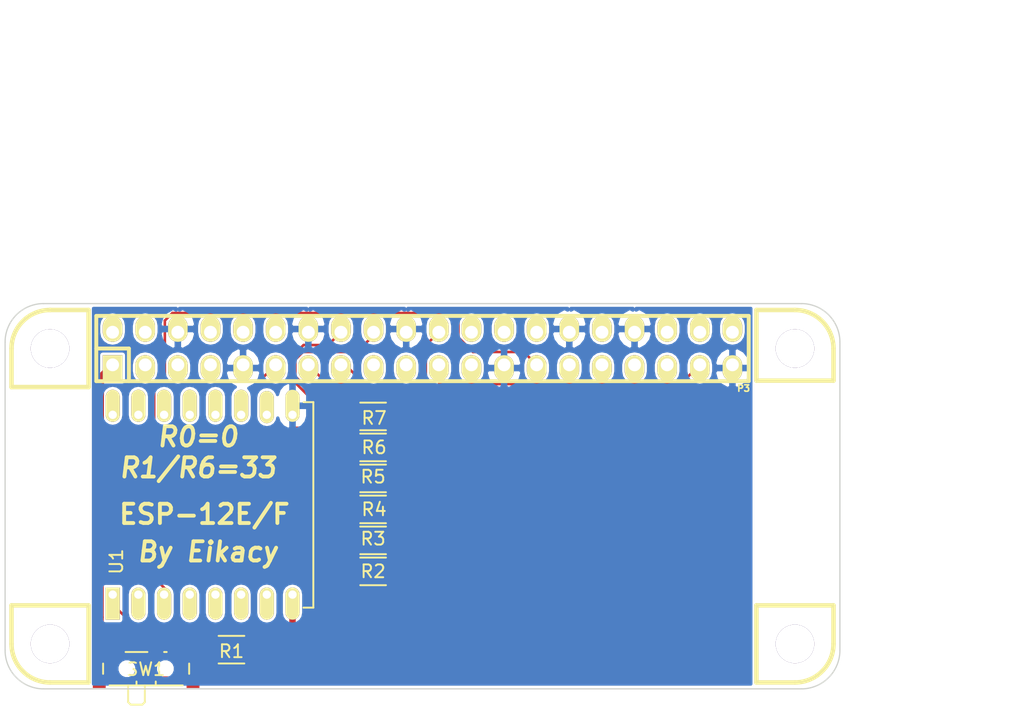
<source format=kicad_pcb>
(kicad_pcb (version 4) (host pcbnew 4.0.2-stable)

  (general
    (links 26)
    (no_connects 1)
    (area 107.899999 108.229999 173.000001 138.330001)
    (thickness 1.6)
    (drawings 34)
    (tracks 105)
    (zones 0)
    (modules 14)
    (nets 52)
  )

  (page A4)
  (title_block
    (title "Raspberry Pi Hat Template")
    (date 2015-12-24)
    (rev 0.1)
    (company OpenFet)
    (comment 1 "Author: Julien")
    (comment 2 "License: CERN OHL V1.2")
  )

  (layers
    (0 F.Cu signal)
    (31 B.Cu signal hide)
    (32 B.Adhes user)
    (33 F.Adhes user)
    (34 B.Paste user)
    (35 F.Paste user)
    (36 B.SilkS user)
    (37 F.SilkS user)
    (38 B.Mask user)
    (39 F.Mask user)
    (40 Dwgs.User user)
    (41 Cmts.User user)
    (42 Eco1.User user)
    (43 Eco2.User user)
    (44 Edge.Cuts user)
    (45 Margin user)
    (46 B.CrtYd user)
    (47 F.CrtYd user)
    (48 B.Fab user)
    (49 F.Fab user)
  )

  (setup
    (last_trace_width 0.5)
    (user_trace_width 0.1)
    (user_trace_width 0.2)
    (user_trace_width 0.3)
    (user_trace_width 0.4)
    (user_trace_width 0.5)
    (user_trace_width 0.6)
    (user_trace_width 0.8)
    (user_trace_width 1)
    (trace_clearance 0.15)
    (zone_clearance 0.2)
    (zone_45_only yes)
    (trace_min 0.1)
    (segment_width 0.35)
    (edge_width 0.1)
    (via_size 0.889)
    (via_drill 0.635)
    (via_min_size 0.26)
    (via_min_drill 0.16)
    (user_via 0.6 0.32)
    (user_via 1.5 0.8)
    (uvia_size 0.508)
    (uvia_drill 0.127)
    (uvias_allowed no)
    (uvia_min_size 0.508)
    (uvia_min_drill 0.127)
    (pcb_text_width 0.3)
    (pcb_text_size 1.5 1.5)
    (mod_edge_width 0.15)
    (mod_text_size 1 1)
    (mod_text_width 0.15)
    (pad_size 1.2 1.2)
    (pad_drill 0.5)
    (pad_to_mask_clearance 0)
    (aux_axis_origin 0 0)
    (grid_origin 211.1 101.7)
    (visible_elements 7FFFFF7F)
    (pcbplotparams
      (layerselection 0x010f0_80000001)
      (usegerberextensions false)
      (excludeedgelayer true)
      (linewidth 0.100000)
      (plotframeref false)
      (viasonmask false)
      (mode 1)
      (useauxorigin false)
      (hpglpennumber 1)
      (hpglpenspeed 20)
      (hpglpendiameter 15)
      (hpglpenoverlay 2)
      (psnegative false)
      (psa4output false)
      (plotreference true)
      (plotvalue true)
      (plotinvisibletext false)
      (padsonsilk false)
      (subtractmaskfromsilk false)
      (outputformat 1)
      (mirror false)
      (drillshape 0)
      (scaleselection 1)
      (outputdirectory /home/mangokid/Desktop/hat_gerber/))
  )

  (net 0 "")
  (net 1 GND)
  (net 2 "Net-(P3-Pad28)")
  (net 3 "Net-(P3-Pad3)")
  (net 4 "Net-(P3-Pad5)")
  (net 5 "Net-(P3-Pad7)")
  (net 6 "Net-(P3-Pad12)")
  (net 7 "Net-(P3-Pad17)")
  (net 8 "Net-(P3-Pad26)")
  (net 9 "Net-(P3-Pad32)")
  (net 10 "Net-(P3-Pad33)")
  (net 11 "Net-(P3-Pad35)")
  (net 12 "Net-(P3-Pad36)")
  (net 13 "Net-(P3-Pad40)")
  (net 14 VCC)
  (net 15 VCC5)
  (net 16 "Net-(P3-Pad8)")
  (net 17 "Net-(P3-Pad10)")
  (net 18 GPIO_17)
  (net 19 SD_D3)
  (net 20 SD_CLK)
  (net 21 SD_CMD)
  (net 22 MISO)
  (net 23 "Net-(P3-Pad19)")
  (net 24 "Net-(P3-Pad21)")
  (net 25 MOSI)
  (net 26 "Net-(P3-Pad23)")
  (net 27 "Net-(P3-Pad24)")
  (net 28 ID_SD)
  (net 29 "Net-(P3-Pad29)")
  (net 30 "Net-(P3-Pad31)")
  (net 31 SD_D2)
  (net 32 "Net-(R1-Pad1)")
  (net 33 "Net-(R2-Pad1)")
  (net 34 "Net-(R3-Pad1)")
  (net 35 "Net-(R4-Pad1)")
  (net 36 "Net-(R5-Pad1)")
  (net 37 "Net-(R6-Pad1)")
  (net 38 "Net-(R7-Pad1)")
  (net 39 "Net-(SW1-Pad1)")
  (net 40 "Net-(U1-Pad2)")
  (net 41 "Net-(U1-Pad4)")
  (net 42 "Net-(U1-Pad5)")
  (net 43 "Net-(U1-Pad6)")
  (net 44 "Net-(U1-Pad7)")
  (net 45 "Net-(U1-Pad16)")
  (net 46 "Net-(U1-Pad17)")
  (net 47 "Net-(U1-Pad18)")
  (net 48 "Net-(U1-Pad19)")
  (net 49 "Net-(U1-Pad20)")
  (net 50 "Net-(U1-Pad21)")
  (net 51 "Net-(U1-Pad22)")

  (net_class Default "This is the default net class."
    (clearance 0.15)
    (trace_width 0.2)
    (via_dia 0.889)
    (via_drill 0.635)
    (uvia_dia 0.508)
    (uvia_drill 0.127)
    (add_net GND)
    (add_net GPIO_17)
    (add_net ID_SD)
    (add_net MISO)
    (add_net MOSI)
    (add_net "Net-(P3-Pad10)")
    (add_net "Net-(P3-Pad12)")
    (add_net "Net-(P3-Pad17)")
    (add_net "Net-(P3-Pad19)")
    (add_net "Net-(P3-Pad21)")
    (add_net "Net-(P3-Pad23)")
    (add_net "Net-(P3-Pad24)")
    (add_net "Net-(P3-Pad26)")
    (add_net "Net-(P3-Pad28)")
    (add_net "Net-(P3-Pad29)")
    (add_net "Net-(P3-Pad3)")
    (add_net "Net-(P3-Pad31)")
    (add_net "Net-(P3-Pad32)")
    (add_net "Net-(P3-Pad33)")
    (add_net "Net-(P3-Pad35)")
    (add_net "Net-(P3-Pad36)")
    (add_net "Net-(P3-Pad40)")
    (add_net "Net-(P3-Pad5)")
    (add_net "Net-(P3-Pad7)")
    (add_net "Net-(P3-Pad8)")
    (add_net "Net-(R1-Pad1)")
    (add_net "Net-(R2-Pad1)")
    (add_net "Net-(R3-Pad1)")
    (add_net "Net-(R4-Pad1)")
    (add_net "Net-(R5-Pad1)")
    (add_net "Net-(R6-Pad1)")
    (add_net "Net-(R7-Pad1)")
    (add_net "Net-(SW1-Pad1)")
    (add_net "Net-(U1-Pad16)")
    (add_net "Net-(U1-Pad17)")
    (add_net "Net-(U1-Pad18)")
    (add_net "Net-(U1-Pad19)")
    (add_net "Net-(U1-Pad2)")
    (add_net "Net-(U1-Pad20)")
    (add_net "Net-(U1-Pad21)")
    (add_net "Net-(U1-Pad22)")
    (add_net "Net-(U1-Pad4)")
    (add_net "Net-(U1-Pad5)")
    (add_net "Net-(U1-Pad6)")
    (add_net "Net-(U1-Pad7)")
    (add_net SD_CLK)
    (add_net SD_CMD)
    (add_net SD_D2)
    (add_net SD_D3)
    (add_net VCC)
    (add_net VCC5)
  )

  (module w_pin_strip:pin_socket_20x2 (layer F.Cu) (tedit 567B9DD9) (tstamp 5509D7DA)
    (at 140.45 111.78)
    (descr "Pin socket 20x2pin")
    (tags "CONN DEV")
    (path /57ECC399)
    (fp_text reference P3 (at 25 3.1 180) (layer F.SilkS)
      (effects (font (size 0.5 0.5) (thickness 0.125)))
    )
    (fp_text value Raspberry_Pi_+_Conn (at 0 -5.08) (layer F.SilkS) hide
      (effects (font (size 0.5 0.5) (thickness 0.125)))
    )
    (fp_line (start 25.4 2.54) (end -25.4 2.54) (layer F.SilkS) (width 0.3048))
    (fp_line (start -25.4 -2.54) (end 25.4 -2.54) (layer F.SilkS) (width 0.3048))
    (fp_line (start -25.4 0) (end -22.86 0) (layer F.SilkS) (width 0.3048))
    (fp_line (start -22.86 0) (end -22.86 2.54) (layer F.SilkS) (width 0.3048))
    (fp_line (start -25.4 -2.54) (end -25.4 2.54) (layer F.SilkS) (width 0.3048))
    (fp_line (start 25.4 2.54) (end 25.4 -2.54) (layer F.SilkS) (width 0.3048))
    (pad 1 thru_hole rect (at -24.13 1.27) (size 1.524 1.99898) (drill 1.00076 (offset 0 0.24892)) (layers *.Cu *.Mask F.SilkS)
      (net 14 VCC))
    (pad 2 thru_hole oval (at -24.13 -1.27) (size 1.524 1.99898) (drill 1.00076 (offset 0 -0.24892)) (layers *.Cu *.Mask F.SilkS)
      (net 15 VCC5))
    (pad 3 thru_hole oval (at -21.59 1.27) (size 1.524 1.99898) (drill 1.00076 (offset 0 0.24892)) (layers *.Cu *.Mask F.SilkS)
      (net 3 "Net-(P3-Pad3)"))
    (pad 4 thru_hole oval (at -21.59 -1.27) (size 1.524 1.99898) (drill 1.00076 (offset 0 -0.24892)) (layers *.Cu *.Mask F.SilkS)
      (net 15 VCC5))
    (pad 5 thru_hole oval (at -19.05 1.27) (size 1.524 1.99898) (drill 1.00076 (offset 0 0.24892)) (layers *.Cu *.Mask F.SilkS)
      (net 4 "Net-(P3-Pad5)"))
    (pad 6 thru_hole oval (at -19.05 -1.27) (size 1.524 1.99898) (drill 1.00076 (offset 0 -0.24892)) (layers *.Cu *.Mask F.SilkS)
      (net 1 GND))
    (pad 7 thru_hole oval (at -16.51 1.27) (size 1.524 1.99898) (drill 1.00076 (offset 0 0.24892)) (layers *.Cu *.Mask F.SilkS)
      (net 5 "Net-(P3-Pad7)"))
    (pad 8 thru_hole oval (at -16.51 -1.27) (size 1.524 1.99898) (drill 1.00076 (offset 0 -0.24892)) (layers *.Cu *.Mask F.SilkS)
      (net 16 "Net-(P3-Pad8)"))
    (pad 9 thru_hole oval (at -13.97 1.27) (size 1.524 1.99898) (drill 1.00076 (offset 0 0.24892)) (layers *.Cu *.Mask F.SilkS)
      (net 1 GND))
    (pad 10 thru_hole oval (at -13.97 -1.27) (size 1.524 1.99898) (drill 1.00076 (offset 0 -0.24892)) (layers *.Cu *.Mask F.SilkS)
      (net 17 "Net-(P3-Pad10)"))
    (pad 11 thru_hole oval (at -11.43 1.27) (size 1.524 1.99898) (drill 1.00076 (offset 0 0.24892)) (layers *.Cu *.Mask F.SilkS)
      (net 18 GPIO_17))
    (pad 12 thru_hole oval (at -11.43 -1.27) (size 1.524 1.99898) (drill 1.00076 (offset 0 -0.24892)) (layers *.Cu *.Mask F.SilkS)
      (net 6 "Net-(P3-Pad12)"))
    (pad 13 thru_hole oval (at -8.89 1.27) (size 1.524 1.99898) (drill 1.00076 (offset 0 0.24892)) (layers *.Cu *.Mask F.SilkS)
      (net 19 SD_D3))
    (pad 14 thru_hole oval (at -8.89 -1.27) (size 1.524 1.99898) (drill 1.00076 (offset 0 -0.24892)) (layers *.Cu *.Mask F.SilkS)
      (net 1 GND))
    (pad 15 thru_hole oval (at -6.35 1.27) (size 1.524 1.99898) (drill 1.00076 (offset 0 0.24892)) (layers *.Cu *.Mask F.SilkS)
      (net 20 SD_CLK))
    (pad 16 thru_hole oval (at -6.35 -1.27) (size 1.524 1.99898) (drill 1.00076 (offset 0 -0.24892)) (layers *.Cu *.Mask F.SilkS)
      (net 21 SD_CMD))
    (pad 17 thru_hole oval (at -3.81 1.27) (size 1.524 1.99898) (drill 1.00076 (offset 0 0.24892)) (layers *.Cu *.Mask F.SilkS)
      (net 7 "Net-(P3-Pad17)"))
    (pad 18 thru_hole oval (at -3.81 -1.27) (size 1.524 1.99898) (drill 1.00076 (offset 0 -0.24892)) (layers *.Cu *.Mask F.SilkS)
      (net 22 MISO))
    (pad 19 thru_hole oval (at -1.27 1.27) (size 1.524 1.99898) (drill 1.00076 (offset 0 0.24892)) (layers *.Cu *.Mask F.SilkS)
      (net 23 "Net-(P3-Pad19)"))
    (pad 20 thru_hole oval (at -1.27 -1.27) (size 1.524 1.99898) (drill 1.00076 (offset 0 -0.24892)) (layers *.Cu *.Mask F.SilkS)
      (net 1 GND))
    (pad 21 thru_hole oval (at 1.27 1.27) (size 1.524 1.99898) (drill 1.00076 (offset 0 0.24892)) (layers *.Cu *.Mask F.SilkS)
      (net 24 "Net-(P3-Pad21)"))
    (pad 22 thru_hole oval (at 1.27 -1.27) (size 1.524 1.99898) (drill 1.00076 (offset 0 -0.24892)) (layers *.Cu *.Mask F.SilkS)
      (net 25 MOSI))
    (pad 23 thru_hole oval (at 3.81 1.27) (size 1.524 1.99898) (drill 1.00076 (offset 0 0.24892)) (layers *.Cu *.Mask F.SilkS)
      (net 26 "Net-(P3-Pad23)"))
    (pad 24 thru_hole oval (at 3.81 -1.27) (size 1.524 1.99898) (drill 1.00076 (offset 0 -0.24892)) (layers *.Cu *.Mask F.SilkS)
      (net 27 "Net-(P3-Pad24)"))
    (pad 25 thru_hole oval (at 6.35 1.27) (size 1.524 1.99898) (drill 1.00076 (offset 0 0.24892)) (layers *.Cu *.Mask F.SilkS)
      (net 1 GND))
    (pad 26 thru_hole oval (at 6.35 -1.27) (size 1.524 1.99898) (drill 1.00076 (offset 0 -0.24892)) (layers *.Cu *.Mask F.SilkS)
      (net 8 "Net-(P3-Pad26)"))
    (pad 27 thru_hole oval (at 8.89 1.27) (size 1.524 1.99898) (drill 1.00076 (offset 0 0.24892)) (layers *.Cu *.Mask F.SilkS)
      (net 28 ID_SD))
    (pad 28 thru_hole oval (at 8.89 -1.27) (size 1.524 1.99898) (drill 1.00076 (offset 0 -0.24892)) (layers *.Cu *.Mask F.SilkS)
      (net 2 "Net-(P3-Pad28)"))
    (pad 29 thru_hole oval (at 11.43 1.27) (size 1.524 1.99898) (drill 1.00076 (offset 0 0.24892)) (layers *.Cu *.Mask F.SilkS)
      (net 29 "Net-(P3-Pad29)"))
    (pad 30 thru_hole oval (at 11.43 -1.27) (size 1.524 1.99898) (drill 1.00076 (offset 0 -0.24892)) (layers *.Cu *.Mask F.SilkS)
      (net 1 GND))
    (pad 31 thru_hole oval (at 13.97 1.27) (size 1.524 1.99898) (drill 1.00076 (offset 0 0.24892)) (layers *.Cu *.Mask F.SilkS)
      (net 30 "Net-(P3-Pad31)"))
    (pad 32 thru_hole oval (at 13.97 -1.27) (size 1.524 1.99898) (drill 1.00076 (offset 0 -0.24892)) (layers *.Cu *.Mask F.SilkS)
      (net 9 "Net-(P3-Pad32)"))
    (pad 33 thru_hole oval (at 16.51 1.27) (size 1.524 1.99898) (drill 1.00076 (offset 0 0.24892)) (layers *.Cu *.Mask F.SilkS)
      (net 10 "Net-(P3-Pad33)"))
    (pad 34 thru_hole oval (at 16.51 -1.27) (size 1.524 1.99898) (drill 1.00076 (offset 0 -0.24892)) (layers *.Cu *.Mask F.SilkS)
      (net 1 GND))
    (pad 35 thru_hole oval (at 19.05 1.27) (size 1.524 1.99898) (drill 1.00076 (offset 0 0.24892)) (layers *.Cu *.Mask F.SilkS)
      (net 11 "Net-(P3-Pad35)"))
    (pad 36 thru_hole oval (at 19.05 -1.27) (size 1.524 1.99898) (drill 1.00076 (offset 0 -0.24892)) (layers *.Cu *.Mask F.SilkS)
      (net 12 "Net-(P3-Pad36)"))
    (pad 37 thru_hole oval (at 21.59 1.27) (size 1.524 1.99898) (drill 1.00076 (offset 0 0.24892)) (layers *.Cu *.Mask F.SilkS)
      (net 31 SD_D2))
    (pad 38 thru_hole oval (at 21.59 -1.27) (size 1.524 1.99898) (drill 1.00076 (offset 0 -0.24892)) (layers *.Cu *.Mask F.SilkS))
    (pad 39 thru_hole oval (at 24.13 1.27) (size 1.524 1.99898) (drill 1.00076 (offset 0 0.24892)) (layers *.Cu *.Mask F.SilkS)
      (net 1 GND))
    (pad 40 thru_hole oval (at 24.13 -1.27) (size 1.524 1.99898) (drill 1.00076 (offset 0 -0.24892)) (layers *.Cu *.Mask F.SilkS)
      (net 13 "Net-(P3-Pad40)"))
    (model ../../../../../home/mangokid/kicad_libs/modules/packages3d/walter/pin_strip/pin_socket_20x2.wrl
      (at (xyz 0 0 -0.025))
      (scale (xyz 1 1 1))
      (rotate (xyz 0 180 0))
    )
  )

  (module Mounting_Holes:MountingHole_3mm (layer F.Cu) (tedit 5687A909) (tstamp 5684F8FC)
    (at 111.45 111.78)
    (descr "Mounting hole, Befestigungsbohrung, 3mm, No Annular, Kein Restring,")
    (tags "Mounting hole, Befestigungsbohrung, 3mm, No Annular, Kein Restring,")
    (fp_text reference REF** (at 0 -4.0005) (layer F.SilkS) hide
      (effects (font (size 0.5 0.5) (thickness 0.125)))
    )
    (fp_text value MountingHole_3mm (at 1.00076 5.00126) (layer F.Fab) hide
      (effects (font (size 0.5 0.5) (thickness 0.125)))
    )
    (fp_circle (center 0 0) (end 3 0) (layer Cmts.User) (width 0.381))
    (pad 1 thru_hole circle (at 0 0) (size 3 3) (drill 3) (layers))
  )

  (module Mounting_Holes:MountingHole_3mm (layer F.Cu) (tedit 5687A906) (tstamp 5684F8FD)
    (at 169.45 111.78)
    (descr "Mounting hole, Befestigungsbohrung, 3mm, No Annular, Kein Restring,")
    (tags "Mounting hole, Befestigungsbohrung, 3mm, No Annular, Kein Restring,")
    (fp_text reference REF** (at 0 -4.0005) (layer F.SilkS) hide
      (effects (font (size 0.5 0.5) (thickness 0.125)))
    )
    (fp_text value MountingHole_3mm (at 1.00076 5.00126) (layer F.Fab) hide
      (effects (font (size 0.5 0.5) (thickness 0.125)))
    )
    (fp_circle (center 0 0) (end 3 0) (layer Cmts.User) (width 0.381))
    (pad 1 thru_hole circle (at 0 0) (size 3 3) (drill 3) (layers))
  )

  (module Mounting_Holes:MountingHole_3mm (layer F.Cu) (tedit 5687A5B1) (tstamp 5684F8FE)
    (at 169.45 134.78)
    (descr "Mounting hole, Befestigungsbohrung, 3mm, No Annular, Kein Restring,")
    (tags "Mounting hole, Befestigungsbohrung, 3mm, No Annular, Kein Restring,")
    (fp_text reference REF** (at 0 -4.0005) (layer F.SilkS) hide
      (effects (font (size 0.5 0.5) (thickness 0.125)))
    )
    (fp_text value MountingHole_3mm (at 1.00076 5.00126) (layer F.Fab) hide
      (effects (font (size 0.5 0.5) (thickness 0.125)))
    )
    (fp_circle (center 0 0) (end 3 0) (layer Cmts.User) (width 0.381))
    (pad 1 thru_hole circle (at 0 0) (size 3 3) (drill 3) (layers))
  )

  (module Mounting_Holes:MountingHole_3mm (layer F.Cu) (tedit 5687A904) (tstamp 5684F8FF)
    (at 111.45 134.78)
    (descr "Mounting hole, Befestigungsbohrung, 3mm, No Annular, Kein Restring,")
    (tags "Mounting hole, Befestigungsbohrung, 3mm, No Annular, Kein Restring,")
    (fp_text reference REF** (at 0 -4.0005) (layer F.SilkS) hide
      (effects (font (size 0.5 0.5) (thickness 0.125)))
    )
    (fp_text value MountingHole_3mm (at 1.00076 5.00126) (layer F.Fab) hide
      (effects (font (size 0.5 0.5) (thickness 0.125)))
    )
    (fp_circle (center 0 0) (end 3 0) (layer Cmts.User) (width 0.381))
    (pad 1 thru_hole circle (at 0 0) (size 3 3) (drill 3) (layers))
  )

  (module Resistors_SMD:R_1206 (layer F.Cu) (tedit 5415CFA7) (tstamp 57ECC5BA)
    (at 125.576 135.228)
    (descr "Resistor SMD 1206, reflow soldering, Vishay (see dcrcw.pdf)")
    (tags "resistor 1206")
    (path /57E506F7)
    (attr smd)
    (fp_text reference R1 (at 0 0.127) (layer F.SilkS)
      (effects (font (size 1 1) (thickness 0.15)))
    )
    (fp_text value 0 (at 0 2.3) (layer F.Fab)
      (effects (font (size 1 1) (thickness 0.15)))
    )
    (fp_line (start -2.2 -1.2) (end 2.2 -1.2) (layer F.CrtYd) (width 0.05))
    (fp_line (start -2.2 1.2) (end 2.2 1.2) (layer F.CrtYd) (width 0.05))
    (fp_line (start -2.2 -1.2) (end -2.2 1.2) (layer F.CrtYd) (width 0.05))
    (fp_line (start 2.2 -1.2) (end 2.2 1.2) (layer F.CrtYd) (width 0.05))
    (fp_line (start 1 1.075) (end -1 1.075) (layer F.SilkS) (width 0.15))
    (fp_line (start -1 -1.075) (end 1 -1.075) (layer F.SilkS) (width 0.15))
    (pad 1 smd rect (at -1.45 0) (size 0.9 1.7) (layers F.Cu F.Paste F.Mask)
      (net 32 "Net-(R1-Pad1)"))
    (pad 2 smd rect (at 1.45 0) (size 0.9 1.7) (layers F.Cu F.Paste F.Mask)
      (net 18 GPIO_17))
    (model Resistors_SMD.3dshapes/R_1206.wrl
      (at (xyz 0 0 0))
      (scale (xyz 1 1 1))
      (rotate (xyz 0 0 0))
    )
  )

  (module Resistors_SMD:R_1206 (layer F.Cu) (tedit 5415CFA7) (tstamp 57ECC5C0)
    (at 136.604 129.132)
    (descr "Resistor SMD 1206, reflow soldering, Vishay (see dcrcw.pdf)")
    (tags "resistor 1206")
    (path /57E50382)
    (attr smd)
    (fp_text reference R2 (at 0 0) (layer F.SilkS)
      (effects (font (size 1 1) (thickness 0.15)))
    )
    (fp_text value 33 (at 0 2.3) (layer F.Fab)
      (effects (font (size 1 1) (thickness 0.15)))
    )
    (fp_line (start -2.2 -1.2) (end 2.2 -1.2) (layer F.CrtYd) (width 0.05))
    (fp_line (start -2.2 1.2) (end 2.2 1.2) (layer F.CrtYd) (width 0.05))
    (fp_line (start -2.2 -1.2) (end -2.2 1.2) (layer F.CrtYd) (width 0.05))
    (fp_line (start 2.2 -1.2) (end 2.2 1.2) (layer F.CrtYd) (width 0.05))
    (fp_line (start 1 1.075) (end -1 1.075) (layer F.SilkS) (width 0.15))
    (fp_line (start -1 -1.075) (end 1 -1.075) (layer F.SilkS) (width 0.15))
    (pad 1 smd rect (at -1.45 0) (size 0.9 1.7) (layers F.Cu F.Paste F.Mask)
      (net 33 "Net-(R2-Pad1)"))
    (pad 2 smd rect (at 1.45 0) (size 0.9 1.7) (layers F.Cu F.Paste F.Mask)
      (net 21 SD_CMD))
    (model Resistors_SMD.3dshapes/R_1206.wrl
      (at (xyz 0 0 0))
      (scale (xyz 1 1 1))
      (rotate (xyz 0 0 0))
    )
  )

  (module Resistors_SMD:R_1206 (layer F.Cu) (tedit 5415CFA7) (tstamp 57ECC5C6)
    (at 136.604 126.719)
    (descr "Resistor SMD 1206, reflow soldering, Vishay (see dcrcw.pdf)")
    (tags "resistor 1206")
    (path /57E5044E)
    (attr smd)
    (fp_text reference R3 (at 0 -0.127) (layer F.SilkS)
      (effects (font (size 1 1) (thickness 0.15)))
    )
    (fp_text value 33 (at 0 2.3) (layer F.Fab)
      (effects (font (size 1 1) (thickness 0.15)))
    )
    (fp_line (start -2.2 -1.2) (end 2.2 -1.2) (layer F.CrtYd) (width 0.05))
    (fp_line (start -2.2 1.2) (end 2.2 1.2) (layer F.CrtYd) (width 0.05))
    (fp_line (start -2.2 -1.2) (end -2.2 1.2) (layer F.CrtYd) (width 0.05))
    (fp_line (start 2.2 -1.2) (end 2.2 1.2) (layer F.CrtYd) (width 0.05))
    (fp_line (start 1 1.075) (end -1 1.075) (layer F.SilkS) (width 0.15))
    (fp_line (start -1 -1.075) (end 1 -1.075) (layer F.SilkS) (width 0.15))
    (pad 1 smd rect (at -1.45 0) (size 0.9 1.7) (layers F.Cu F.Paste F.Mask)
      (net 34 "Net-(R3-Pad1)"))
    (pad 2 smd rect (at 1.45 0) (size 0.9 1.7) (layers F.Cu F.Paste F.Mask)
      (net 22 MISO))
    (model Resistors_SMD.3dshapes/R_1206.wrl
      (at (xyz 0 0 0))
      (scale (xyz 1 1 1))
      (rotate (xyz 0 0 0))
    )
  )

  (module Resistors_SMD:R_1206 (layer F.Cu) (tedit 5415CFA7) (tstamp 57ECC5CC)
    (at 136.604 124.306)
    (descr "Resistor SMD 1206, reflow soldering, Vishay (see dcrcw.pdf)")
    (tags "resistor 1206")
    (path /57E50468)
    (attr smd)
    (fp_text reference R4 (at 0.074 0) (layer F.SilkS)
      (effects (font (size 1 1) (thickness 0.15)))
    )
    (fp_text value 33 (at 0 2.3) (layer F.Fab)
      (effects (font (size 1 1) (thickness 0.15)))
    )
    (fp_line (start -2.2 -1.2) (end 2.2 -1.2) (layer F.CrtYd) (width 0.05))
    (fp_line (start -2.2 1.2) (end 2.2 1.2) (layer F.CrtYd) (width 0.05))
    (fp_line (start -2.2 -1.2) (end -2.2 1.2) (layer F.CrtYd) (width 0.05))
    (fp_line (start 2.2 -1.2) (end 2.2 1.2) (layer F.CrtYd) (width 0.05))
    (fp_line (start 1 1.075) (end -1 1.075) (layer F.SilkS) (width 0.15))
    (fp_line (start -1 -1.075) (end 1 -1.075) (layer F.SilkS) (width 0.15))
    (pad 1 smd rect (at -1.45 0) (size 0.9 1.7) (layers F.Cu F.Paste F.Mask)
      (net 35 "Net-(R4-Pad1)"))
    (pad 2 smd rect (at 1.45 0) (size 0.9 1.7) (layers F.Cu F.Paste F.Mask)
      (net 31 SD_D2))
    (model Resistors_SMD.3dshapes/R_1206.wrl
      (at (xyz 0 0 0))
      (scale (xyz 1 1 1))
      (rotate (xyz 0 0 0))
    )
  )

  (module Resistors_SMD:R_1206 (layer F.Cu) (tedit 5415CFA7) (tstamp 57ECC5D2)
    (at 136.604 121.893)
    (descr "Resistor SMD 1206, reflow soldering, Vishay (see dcrcw.pdf)")
    (tags "resistor 1206")
    (path /57E50484)
    (attr smd)
    (fp_text reference R5 (at 0 -0.127) (layer F.SilkS)
      (effects (font (size 1 1) (thickness 0.15)))
    )
    (fp_text value 33 (at 0 2.3) (layer F.Fab)
      (effects (font (size 1 1) (thickness 0.15)))
    )
    (fp_line (start -2.2 -1.2) (end 2.2 -1.2) (layer F.CrtYd) (width 0.05))
    (fp_line (start -2.2 1.2) (end 2.2 1.2) (layer F.CrtYd) (width 0.05))
    (fp_line (start -2.2 -1.2) (end -2.2 1.2) (layer F.CrtYd) (width 0.05))
    (fp_line (start 2.2 -1.2) (end 2.2 1.2) (layer F.CrtYd) (width 0.05))
    (fp_line (start 1 1.075) (end -1 1.075) (layer F.SilkS) (width 0.15))
    (fp_line (start -1 -1.075) (end 1 -1.075) (layer F.SilkS) (width 0.15))
    (pad 1 smd rect (at -1.45 0) (size 0.9 1.7) (layers F.Cu F.Paste F.Mask)
      (net 36 "Net-(R5-Pad1)"))
    (pad 2 smd rect (at 1.45 0) (size 0.9 1.7) (layers F.Cu F.Paste F.Mask)
      (net 19 SD_D3))
    (model Resistors_SMD.3dshapes/R_1206.wrl
      (at (xyz 0 0 0))
      (scale (xyz 1 1 1))
      (rotate (xyz 0 0 0))
    )
  )

  (module Resistors_SMD:R_1206 (layer F.Cu) (tedit 5415CFA7) (tstamp 57ECC5D8)
    (at 136.604 119.48)
    (descr "Resistor SMD 1206, reflow soldering, Vishay (see dcrcw.pdf)")
    (tags "resistor 1206")
    (path /57E504A2)
    (attr smd)
    (fp_text reference R6 (at 0.074 0) (layer F.SilkS)
      (effects (font (size 1 1) (thickness 0.15)))
    )
    (fp_text value 33 (at 0 2.3) (layer F.Fab)
      (effects (font (size 1 1) (thickness 0.15)))
    )
    (fp_line (start -2.2 -1.2) (end 2.2 -1.2) (layer F.CrtYd) (width 0.05))
    (fp_line (start -2.2 1.2) (end 2.2 1.2) (layer F.CrtYd) (width 0.05))
    (fp_line (start -2.2 -1.2) (end -2.2 1.2) (layer F.CrtYd) (width 0.05))
    (fp_line (start 2.2 -1.2) (end 2.2 1.2) (layer F.CrtYd) (width 0.05))
    (fp_line (start 1 1.075) (end -1 1.075) (layer F.SilkS) (width 0.15))
    (fp_line (start -1 -1.075) (end 1 -1.075) (layer F.SilkS) (width 0.15))
    (pad 1 smd rect (at -1.45 0) (size 0.9 1.7) (layers F.Cu F.Paste F.Mask)
      (net 37 "Net-(R6-Pad1)"))
    (pad 2 smd rect (at 1.45 0) (size 0.9 1.7) (layers F.Cu F.Paste F.Mask)
      (net 25 MOSI))
    (model Resistors_SMD.3dshapes/R_1206.wrl
      (at (xyz 0 0 0))
      (scale (xyz 1 1 1))
      (rotate (xyz 0 0 0))
    )
  )

  (module Resistors_SMD:R_1206 (layer F.Cu) (tedit 5415CFA7) (tstamp 57ECC5DE)
    (at 136.604 117.067)
    (descr "Resistor SMD 1206, reflow soldering, Vishay (see dcrcw.pdf)")
    (tags "resistor 1206")
    (path /57E504C2)
    (attr smd)
    (fp_text reference R7 (at 0.074 0.127) (layer F.SilkS)
      (effects (font (size 1 1) (thickness 0.15)))
    )
    (fp_text value 33 (at 0 2.3) (layer F.Fab)
      (effects (font (size 1 1) (thickness 0.15)))
    )
    (fp_line (start -2.2 -1.2) (end 2.2 -1.2) (layer F.CrtYd) (width 0.05))
    (fp_line (start -2.2 1.2) (end 2.2 1.2) (layer F.CrtYd) (width 0.05))
    (fp_line (start -2.2 -1.2) (end -2.2 1.2) (layer F.CrtYd) (width 0.05))
    (fp_line (start 2.2 -1.2) (end 2.2 1.2) (layer F.CrtYd) (width 0.05))
    (fp_line (start 1 1.075) (end -1 1.075) (layer F.SilkS) (width 0.15))
    (fp_line (start -1 -1.075) (end 1 -1.075) (layer F.SilkS) (width 0.15))
    (pad 1 smd rect (at -1.45 0) (size 0.9 1.7) (layers F.Cu F.Paste F.Mask)
      (net 38 "Net-(R7-Pad1)"))
    (pad 2 smd rect (at 1.45 0) (size 0.9 1.7) (layers F.Cu F.Paste F.Mask)
      (net 20 SD_CLK))
    (model Resistors_SMD.3dshapes/R_1206.wrl
      (at (xyz 0 0 0))
      (scale (xyz 1 1 1))
      (rotate (xyz 0 0 0))
    )
  )

  (module Buttons_Switches_SMD:SW_SPDT_PCM12 (layer F.Cu) (tedit 5788B26D) (tstamp 57ECC5EB)
    (at 118.931 136.384)
    (descr "Ultraminiature Surface Mount Slide Switch")
    (path /57E7372F)
    (attr smd)
    (fp_text reference SW1 (at -0.033 0.368) (layer F.SilkS)
      (effects (font (size 1 1) (thickness 0.15)))
    )
    (fp_text value SPST (at -0.287 0.368) (layer F.Fab)
      (effects (font (size 1 1) (thickness 0.15)))
    )
    (fp_line (start 0.75 1.325) (end 0.75 1.625) (layer F.SilkS) (width 0.15))
    (fp_line (start -0.75 1.325) (end -0.75 1.625) (layer F.SilkS) (width 0.15))
    (fp_line (start 1.4 -0.975) (end 1.6 -0.975) (layer F.SilkS) (width 0.15))
    (fp_line (start -4.4 -2.45) (end 4.4 -2.45) (layer F.CrtYd) (width 0.05))
    (fp_line (start 4.4 -2.45) (end 4.4 2.1) (layer F.CrtYd) (width 0.05))
    (fp_line (start 4.4 2.1) (end 1.65 2.1) (layer F.CrtYd) (width 0.05))
    (fp_line (start 1.65 2.1) (end 1.65 3.4) (layer F.CrtYd) (width 0.05))
    (fp_line (start 1.65 3.4) (end -1.65 3.4) (layer F.CrtYd) (width 0.05))
    (fp_line (start -1.65 3.4) (end -1.65 2.1) (layer F.CrtYd) (width 0.05))
    (fp_line (start -1.65 2.1) (end -4.4 2.1) (layer F.CrtYd) (width 0.05))
    (fp_line (start -4.4 2.1) (end -4.4 -2.45) (layer F.CrtYd) (width 0.05))
    (fp_line (start -1.4 2.925) (end -1.2 3.125) (layer F.SilkS) (width 0.15))
    (fp_line (start -0.1 2.925) (end -0.3 3.125) (layer F.SilkS) (width 0.15))
    (fp_line (start -1.4 1.625) (end -1.4 2.925) (layer F.SilkS) (width 0.15))
    (fp_line (start -1.2 3.125) (end -0.3 3.125) (layer F.SilkS) (width 0.15))
    (fp_line (start -0.1 2.925) (end -0.1 1.625) (layer F.SilkS) (width 0.15))
    (fp_line (start -2.85 1.625) (end 2.85 1.625) (layer F.SilkS) (width 0.15))
    (fp_line (start -1.6 -0.975) (end 0.1 -0.975) (layer F.SilkS) (width 0.15))
    (fp_line (start -3.35 -0.075) (end -3.35 0.725) (layer F.SilkS) (width 0.15))
    (fp_line (start 3.35 0.725) (end 3.35 -0.075) (layer F.SilkS) (width 0.15))
    (pad "" np_thru_hole circle (at -1.5 0.325) (size 0.9 0.9) (drill 0.9) (layers *.Cu *.Mask))
    (pad "" np_thru_hole circle (at 1.5 0.325) (size 0.9 0.9) (drill 0.9) (layers *.Cu *.Mask))
    (pad 1 smd rect (at -2.25 -1.425) (size 0.7 1.5) (layers F.Cu F.Paste F.Mask)
      (net 39 "Net-(SW1-Pad1)"))
    (pad 2 smd rect (at 0.75 -1.425) (size 0.7 1.5) (layers F.Cu F.Paste F.Mask)
      (net 14 VCC))
    (pad 3 smd rect (at 2.25 -1.425) (size 0.7 1.5) (layers F.Cu F.Paste F.Mask))
    (pad "" smd rect (at -3.65 1.425) (size 1 0.8) (layers F.Cu F.Paste F.Mask))
    (pad "" smd rect (at 3.65 1.425) (size 1 0.8) (layers F.Cu F.Paste F.Mask))
    (pad "" smd rect (at 3.65 -0.775) (size 1 0.8) (layers F.Cu F.Paste F.Mask))
    (pad "" smd rect (at -3.65 -0.775) (size 1 0.8) (layers F.Cu F.Paste F.Mask))
  )

  (module ESP:ESP-12E (layer F.Cu) (tedit 559F8D21) (tstamp 57ECC605)
    (at 116.328 130.94 90)
    (descr "Module, ESP-8266, ESP-12, 16 pad, SMD")
    (tags "Module ESP-8266 ESP8266")
    (path /57E43F8B)
    (fp_text reference U1 (at 2.57 0.284 90) (layer F.SilkS)
      (effects (font (size 1 1) (thickness 0.15)))
    )
    (fp_text value ESP-12E (at 8 1 90) (layer F.Fab)
      (effects (font (size 1 1) (thickness 0.15)))
    )
    (fp_line (start -2.25 -0.5) (end -2.25 -8.75) (layer F.CrtYd) (width 0.05))
    (fp_line (start -2.25 -8.75) (end 15.25 -8.75) (layer F.CrtYd) (width 0.05))
    (fp_line (start 15.25 -8.75) (end 16.25 -8.75) (layer F.CrtYd) (width 0.05))
    (fp_line (start 16.25 -8.75) (end 16.25 16) (layer F.CrtYd) (width 0.05))
    (fp_line (start 16.25 16) (end -2.25 16) (layer F.CrtYd) (width 0.05))
    (fp_line (start -2.25 16) (end -2.25 -0.5) (layer F.CrtYd) (width 0.05))
    (fp_line (start -1.016 -8.382) (end 14.986 -8.382) (layer F.CrtYd) (width 0.1524))
    (fp_line (start 14.986 -8.382) (end 14.986 -0.889) (layer F.CrtYd) (width 0.1524))
    (fp_line (start -1.016 -8.382) (end -1.016 -1.016) (layer F.CrtYd) (width 0.1524))
    (fp_line (start -1.016 14.859) (end -1.016 15.621) (layer F.SilkS) (width 0.1524))
    (fp_line (start -1.016 15.621) (end 14.986 15.621) (layer F.SilkS) (width 0.1524))
    (fp_line (start 14.986 15.621) (end 14.986 14.859) (layer F.SilkS) (width 0.1524))
    (fp_line (start 14.992 -8.4) (end -1.008 -2.6) (layer F.CrtYd) (width 0.1524))
    (fp_line (start -1.008 -8.4) (end 14.992 -2.6) (layer F.CrtYd) (width 0.1524))
    (fp_text user "No Copper" (at 6.892 -5.4 90) (layer F.CrtYd)
      (effects (font (size 1 1) (thickness 0.15)))
    )
    (fp_line (start -1.008 -2.6) (end 14.992 -2.6) (layer F.CrtYd) (width 0.1524))
    (fp_line (start 15 -8.4) (end 15 15.6) (layer F.Fab) (width 0.05))
    (fp_line (start 14.992 15.6) (end -1.008 15.6) (layer F.Fab) (width 0.05))
    (fp_line (start -1.008 15.6) (end -1.008 -8.4) (layer F.Fab) (width 0.05))
    (fp_line (start -1.008 -8.4) (end 14.992 -8.4) (layer F.Fab) (width 0.05))
    (pad 1 thru_hole rect (at 0 0 90) (size 2.5 1.1) (drill 0.65 (offset -0.7 0)) (layers *.Cu *.Mask F.SilkS)
      (net 32 "Net-(R1-Pad1)"))
    (pad 2 thru_hole oval (at 0 2 90) (size 2.5 1.1) (drill 0.65 (offset -0.7 0)) (layers *.Cu *.Mask F.SilkS)
      (net 40 "Net-(U1-Pad2)"))
    (pad 3 thru_hole oval (at 0 4 90) (size 2.5 1.1) (drill 0.65 (offset -0.7 0)) (layers *.Cu *.Mask F.SilkS)
      (net 28 ID_SD))
    (pad 4 thru_hole oval (at 0 6 90) (size 2.5 1.1) (drill 0.65 (offset -0.7 0)) (layers *.Cu *.Mask F.SilkS)
      (net 41 "Net-(U1-Pad4)"))
    (pad 5 thru_hole oval (at 0 8 90) (size 2.5 1.1) (drill 0.65 (offset -0.7 0)) (layers *.Cu *.Mask F.SilkS)
      (net 42 "Net-(U1-Pad5)"))
    (pad 6 thru_hole oval (at 0 10 90) (size 2.5 1.1) (drill 0.65 (offset -0.7 0)) (layers *.Cu *.Mask F.SilkS)
      (net 43 "Net-(U1-Pad6)"))
    (pad 7 thru_hole oval (at 0 12 90) (size 2.5 1.1) (drill 0.65 (offset -0.7 0)) (layers *.Cu *.Mask F.SilkS)
      (net 44 "Net-(U1-Pad7)"))
    (pad 8 thru_hole oval (at 0 14 90) (size 2.5 1.1) (drill 0.65 (offset -0.7 0)) (layers *.Cu *.Mask F.SilkS)
      (net 39 "Net-(SW1-Pad1)"))
    (pad 9 smd oval (at 1.99 15.75 180) (size 2.4 1.1) (layers F.Cu F.Paste F.Mask)
      (net 33 "Net-(R2-Pad1)"))
    (pad 10 smd oval (at 3.99 15.75 180) (size 2.4 1.1) (layers F.Cu F.Paste F.Mask)
      (net 34 "Net-(R3-Pad1)"))
    (pad 11 smd oval (at 5.99 15.75 180) (size 2.4 1.1) (layers F.Cu F.Paste F.Mask)
      (net 35 "Net-(R4-Pad1)"))
    (pad 12 smd oval (at 7.99 15.75 180) (size 2.4 1.1) (layers F.Cu F.Paste F.Mask)
      (net 36 "Net-(R5-Pad1)"))
    (pad 13 smd oval (at 9.99 15.75 180) (size 2.4 1.1) (layers F.Cu F.Paste F.Mask)
      (net 37 "Net-(R6-Pad1)"))
    (pad 14 smd oval (at 11.99 15.75 180) (size 2.4 1.1) (layers F.Cu F.Paste F.Mask)
      (net 38 "Net-(R7-Pad1)"))
    (pad 15 thru_hole oval (at 14 14 90) (size 2.5 1.1) (drill 0.65 (offset 0.7 0)) (layers *.Cu *.Mask F.SilkS)
      (net 1 GND))
    (pad 16 thru_hole oval (at 14 12 90) (size 2.5 1.1) (drill 0.65 (offset 0.6 0)) (layers *.Cu *.Mask F.SilkS)
      (net 45 "Net-(U1-Pad16)"))
    (pad 17 thru_hole oval (at 14 10 90) (size 2.5 1.1) (drill 0.65 (offset 0.7 0)) (layers *.Cu *.Mask F.SilkS)
      (net 46 "Net-(U1-Pad17)"))
    (pad 18 thru_hole oval (at 14 8 90) (size 2.5 1.1) (drill 0.65 (offset 0.7 0)) (layers *.Cu *.Mask F.SilkS)
      (net 47 "Net-(U1-Pad18)"))
    (pad 19 thru_hole oval (at 14 6 90) (size 2.5 1.1) (drill 0.65 (offset 0.7 0)) (layers *.Cu *.Mask F.SilkS)
      (net 48 "Net-(U1-Pad19)"))
    (pad 20 thru_hole oval (at 14 4 90) (size 2.5 1.1) (drill 0.65 (offset 0.7 0)) (layers *.Cu *.Mask F.SilkS)
      (net 49 "Net-(U1-Pad20)"))
    (pad 21 thru_hole oval (at 14 2 90) (size 2.5 1.1) (drill 0.65 (offset 0.7 0)) (layers *.Cu *.Mask F.SilkS)
      (net 50 "Net-(U1-Pad21)"))
    (pad 22 thru_hole oval (at 14 0 90) (size 2.5 1.1) (drill 0.65 (offset 0.7 0)) (layers *.Cu *.Mask F.SilkS)
      (net 51 "Net-(U1-Pad22)"))
    (model ${ESPLIB}/ESP8266.3dshapes/ESP-12.wrl
      (at (xyz 0.04 0 0))
      (scale (xyz 0.3937 0.3937 0.3937))
      (rotate (xyz 0 0 0))
    )
  )

  (gr_text "By Eikacy" (at 123.724 127.608) (layer F.SilkS)
    (effects (font (size 1.5 1.5) (thickness 0.3) italic))
  )
  (gr_text ESP-12E/F (at 123.47 124.687) (layer F.SilkS)
    (effects (font (size 1.5 1.5) (thickness 0.3)))
  )
  (gr_text "R0=0\nR1/R6=33" (at 122.962 119.861) (layer F.SilkS)
    (effects (font (size 1.5 1.5) (thickness 0.3) italic))
  )
  (gr_line (start 172.45 114.28) (end 172.45 111.78) (layer F.SilkS) (width 0.35))
  (gr_line (start 166.45 114.28) (end 172.45 114.28) (layer F.SilkS) (width 0.35))
  (gr_line (start 166.45 108.78) (end 166.45 114.28) (layer F.SilkS) (width 0.35))
  (gr_line (start 169.45 108.78) (end 166.45 108.78) (layer F.SilkS) (width 0.35))
  (gr_arc (start 169.45 111.78) (end 169.45 108.78) (angle 90) (layer F.SilkS) (width 0.35))
  (gr_line (start 166.45 137.78) (end 169.45 137.78) (layer F.SilkS) (width 0.35))
  (gr_line (start 166.45 131.78) (end 166.45 137.78) (layer F.SilkS) (width 0.35))
  (gr_line (start 172.45 131.78) (end 166.45 131.78) (layer F.SilkS) (width 0.35))
  (gr_line (start 172.45 134.78) (end 172.45 131.78) (layer F.SilkS) (width 0.35))
  (gr_arc (start 169.45 134.78) (end 172.45 134.78) (angle 90) (layer F.SilkS) (width 0.35))
  (gr_line (start 108.45 131.78) (end 108.45 134.78) (layer F.SilkS) (width 0.35))
  (gr_line (start 114.45 131.78) (end 108.45 131.78) (layer F.SilkS) (width 0.35))
  (gr_line (start 114.45 137.78) (end 114.45 131.78) (layer F.SilkS) (width 0.35))
  (gr_line (start 111.45 137.78) (end 114.45 137.78) (layer F.SilkS) (width 0.35))
  (gr_arc (start 111.45 134.78) (end 111.45 137.78) (angle 90) (layer F.SilkS) (width 0.35))
  (gr_line (start 108.45 114.78) (end 108.45 111.78) (layer F.SilkS) (width 0.35))
  (gr_line (start 114.45 114.78) (end 108.45 114.78) (layer F.SilkS) (width 0.35))
  (gr_line (start 114.45 108.78) (end 114.45 114.78) (layer F.SilkS) (width 0.35))
  (gr_line (start 111.45 108.78) (end 114.45 108.78) (layer F.SilkS) (width 0.35))
  (gr_arc (start 111.45 111.78) (end 108.45 111.78) (angle 90) (layer F.SilkS) (width 0.35))
  (dimension 30 (width 0.3) (layer Dwgs.User)
    (gr_text "30.000 mm" (at 187.3 123.28 270) (layer Dwgs.User) (tstamp 57EC0858)
      (effects (font (size 0.5 0.5) (thickness 0.125)))
    )
    (feature1 (pts (xy 169.95 138.28) (xy 188.65 138.28)))
    (feature2 (pts (xy 169.95 108.28) (xy 188.65 108.28)))
    (crossbar (pts (xy 185.95 108.28) (xy 185.95 138.28)))
    (arrow1a (pts (xy 185.95 138.28) (xy 185.363579 137.153496)))
    (arrow1b (pts (xy 185.95 138.28) (xy 186.536421 137.153496)))
    (arrow2a (pts (xy 185.95 108.28) (xy 185.363579 109.406504)))
    (arrow2b (pts (xy 185.95 108.28) (xy 186.536421 109.406504)))
  )
  (dimension 65 (width 0.3) (layer Dwgs.User)
    (gr_text "65.000 mm" (at 140.45 84.430001) (layer Dwgs.User)
      (effects (font (size 0.5 0.5) (thickness 0.125)))
    )
    (feature1 (pts (xy 107.95 111.28) (xy 107.95 83.080001)))
    (feature2 (pts (xy 172.95 111.28) (xy 172.95 83.080001)))
    (crossbar (pts (xy 172.95 85.780001) (xy 107.95 85.780001)))
    (arrow1a (pts (xy 107.95 85.780001) (xy 109.076504 85.19358)))
    (arrow1b (pts (xy 107.95 85.780001) (xy 109.076504 86.366422)))
    (arrow2a (pts (xy 172.95 85.780001) (xy 171.823496 85.19358)))
    (arrow2b (pts (xy 172.95 85.780001) (xy 171.823496 86.366422)))
  )
  (gr_line (start 110.95 138.28) (end 169.95 138.28) (angle 90) (layer Edge.Cuts) (width 0.1))
  (gr_line (start 107.95 111.28) (end 107.95 135.28) (angle 90) (layer Edge.Cuts) (width 0.1))
  (gr_line (start 169.95 108.28) (end 110.95 108.28) (angle 90) (layer Edge.Cuts) (width 0.1))
  (gr_line (start 172.95 135.28) (end 172.95 111.28) (angle 90) (layer Edge.Cuts) (width 0.1))
  (gr_arc (start 169.95 111.28) (end 169.95 108.28) (angle 90) (layer Edge.Cuts) (width 0.1))
  (gr_arc (start 169.95 135.28) (end 172.95 135.28) (angle 90) (layer Edge.Cuts) (width 0.1))
  (gr_arc (start 110.95 135.28) (end 110.95 138.28) (angle 90) (layer Edge.Cuts) (width 0.1))
  (dimension 58 (width 0.3) (layer Dwgs.User)
    (gr_text "58.000 mm" (at 140.45 94.93) (layer Dwgs.User) (tstamp 57EC085A)
      (effects (font (size 0.5 0.5) (thickness 0.125)))
    )
    (feature1 (pts (xy 169.45 111.78) (xy 169.45 93.58)))
    (feature2 (pts (xy 111.45 111.78) (xy 111.45 93.58)))
    (crossbar (pts (xy 111.45 96.28) (xy 169.45 96.28)))
    (arrow1a (pts (xy 169.45 96.28) (xy 168.323496 96.866421)))
    (arrow1b (pts (xy 169.45 96.28) (xy 168.323496 95.693579)))
    (arrow2a (pts (xy 111.45 96.28) (xy 112.576504 96.866421)))
    (arrow2b (pts (xy 111.45 96.28) (xy 112.576504 95.693579)))
  )
  (gr_arc (start 110.95 111.28) (end 107.95 111.28) (angle 90) (layer Edge.Cuts) (width 0.1))

  (segment (start 115.377999 132.701992) (end 115.40799 113.96201) (width 0.5) (layer F.Cu) (net 14))
  (segment (start 119.681 134.959) (end 118.831 134.959) (width 0.5) (layer F.Cu) (net 14))
  (segment (start 118.831 134.959) (end 118.831 134.907) (width 0.5) (layer F.Cu) (net 14))
  (segment (start 117.732999 133.808999) (end 115.976997 133.808999) (width 0.5) (layer F.Cu) (net 14))
  (segment (start 118.831 134.907) (end 117.732999 133.808999) (width 0.5) (layer F.Cu) (net 14))
  (segment (start 115.976997 133.808999) (end 115.377999 133.210001) (width 0.5) (layer F.Cu) (net 14))
  (segment (start 115.377999 133.210001) (end 115.377999 132.701992) (width 0.5) (layer F.Cu) (net 14))
  (segment (start 115.40799 113.96201) (end 116.32 113.05) (width 0.5) (layer F.Cu) (net 14))
  (segment (start 129.02 113.05) (end 127.28 114.79) (width 0.2) (layer F.Cu) (net 18))
  (segment (start 127.28 114.79) (end 127.28 132.527) (width 0.2) (layer F.Cu) (net 18))
  (segment (start 127.28 132.527) (end 127.026 132.781) (width 0.2) (layer F.Cu) (net 18))
  (segment (start 127.026 132.781) (end 127.026 133.831) (width 0.2) (layer F.Cu) (net 18))
  (segment (start 127.026 133.831) (end 127.026 135.228) (width 0.2) (layer F.Cu) (net 18))
  (segment (start 138.054 121.893) (end 138.054 121.493) (width 0.2) (layer F.Cu) (net 19))
  (segment (start 138.054 121.493) (end 137.353999 120.792999) (width 0.2) (layer F.Cu) (net 19))
  (segment (start 137.353999 120.792999) (end 137.353999 116.461987) (width 0.2) (layer F.Cu) (net 19))
  (segment (start 137.353999 116.461987) (end 135.440432 114.54842) (width 0.2) (layer F.Cu) (net 19))
  (segment (start 135.440432 114.54842) (end 133.05842 114.54842) (width 0.2) (layer F.Cu) (net 19))
  (segment (start 133.05842 114.54842) (end 131.56 113.05) (width 0.2) (layer F.Cu) (net 19))
  (segment (start 134.1 113.05) (end 134.437 113.05) (width 0.2) (layer F.Cu) (net 20))
  (segment (start 134.437 113.05) (end 138.054 116.667) (width 0.2) (layer F.Cu) (net 20))
  (segment (start 138.054 116.667) (end 138.054 117.067) (width 0.2) (layer F.Cu) (net 20))
  (segment (start 129.55799 125.576) (end 129.55799 118.72601) (width 0.2) (layer F.Cu) (net 21))
  (segment (start 129.55799 118.72601) (end 130.328 117.956) (width 0.2) (layer F.Cu) (net 21))
  (segment (start 130.328 117.956) (end 131.09 117.956) (width 0.2) (layer F.Cu) (net 21))
  (segment (start 131.09 117.956) (end 131.852 117.194) (width 0.2) (layer F.Cu) (net 21))
  (segment (start 131.852 117.194) (end 131.852 115.754596) (width 0.2) (layer F.Cu) (net 21))
  (segment (start 131.852 115.754596) (end 130.19798 114.100576) (width 0.2) (layer F.Cu) (net 21))
  (segment (start 130.19798 114.100576) (end 130.19798 112.497264) (width 0.2) (layer F.Cu) (net 21))
  (segment (start 130.19798 112.497264) (end 131.184664 111.51058) (width 0.2) (layer F.Cu) (net 21))
  (segment (start 131.184664 111.51058) (end 133.09942 111.51058) (width 0.2) (layer F.Cu) (net 21))
  (segment (start 133.09942 111.51058) (end 134.1 110.51) (width 0.2) (layer F.Cu) (net 21))
  (segment (start 129.55799 125.673374) (end 129.55799 125.576) (width 0.2) (layer F.Cu) (net 21))
  (segment (start 137.404 129.132) (end 136.261 127.989) (width 0.2) (layer F.Cu) (net 21))
  (segment (start 136.261 127.989) (end 131.335616 127.989) (width 0.2) (layer F.Cu) (net 21))
  (segment (start 131.335616 127.989) (end 129.55799 126.211374) (width 0.2) (layer F.Cu) (net 21))
  (segment (start 129.55799 126.211374) (end 129.55799 125.576) (width 0.2) (layer F.Cu) (net 21))
  (segment (start 138.054 129.132) (end 137.404 129.132) (width 0.2) (layer F.Cu) (net 21))
  (segment (start 137.404 129.132) (end 137.313 129.041) (width 0.2) (layer F.Cu) (net 21))
  (segment (start 135.34342 112.04942) (end 136.64 110.75284) (width 0.2) (layer F.Cu) (net 22))
  (segment (start 136.64 110.75284) (end 136.64 110.51) (width 0.2) (layer F.Cu) (net 22))
  (segment (start 130.54799 112.642242) (end 131.140812 112.04942) (width 0.2) (layer F.Cu) (net 22))
  (segment (start 131.140812 112.04942) (end 135.34342 112.04942) (width 0.2) (layer F.Cu) (net 22))
  (segment (start 138.054 126.719) (end 137.404 126.719) (width 0.2) (layer F.Cu) (net 22))
  (segment (start 137.404 126.719) (end 137.003989 126.318989) (width 0.2) (layer F.Cu) (net 22))
  (segment (start 137.003989 126.318989) (end 137.003989 116.757989) (width 0.2) (layer F.Cu) (net 22))
  (segment (start 137.003989 116.757989) (end 135.14443 114.89843) (width 0.2) (layer F.Cu) (net 22))
  (segment (start 135.14443 114.89843) (end 131.490822 114.89843) (width 0.2) (layer F.Cu) (net 22))
  (segment (start 131.490822 114.89843) (end 130.54799 113.955598) (width 0.2) (layer F.Cu) (net 22))
  (segment (start 130.54799 113.955598) (end 130.54799 112.642242) (width 0.2) (layer F.Cu) (net 22))
  (segment (start 138.054 119.48) (end 138.054 119.08) (width 0.2) (layer F.Cu) (net 25))
  (segment (start 138.054 119.08) (end 140.70799 116.42601) (width 0.2) (layer F.Cu) (net 25))
  (segment (start 140.70799 116.42601) (end 140.70799 111.52201) (width 0.2) (layer F.Cu) (net 25))
  (segment (start 140.70799 111.52201) (end 141.72 110.51) (width 0.2) (layer F.Cu) (net 25))
  (segment (start 142.709588 109.066) (end 143.24799 109.604402) (width 0.2) (layer F.Cu) (net 28))
  (segment (start 120.38799 109.604402) (end 120.980812 109.01158) (width 0.2) (layer F.Cu) (net 28))
  (segment (start 120.980812 109.01158) (end 142.655168 109.01158) (width 0.2) (layer F.Cu) (net 28))
  (segment (start 142.655168 109.01158) (end 142.709588 109.066) (width 0.2) (layer F.Cu) (net 28))
  (segment (start 120.358 130.432) (end 119.55799 129.63199) (width 0.2) (layer F.Cu) (net 28))
  (segment (start 119.55799 129.63199) (end 119.55799 114.700626) (width 0.2) (layer F.Cu) (net 28))
  (segment (start 119.55799 114.700626) (end 120.38799 113.870626) (width 0.2) (layer F.Cu) (net 28))
  (segment (start 148.33942 112.04942) (end 149.34 113.05) (width 0.2) (layer F.Cu) (net 28))
  (segment (start 120.38799 113.870626) (end 120.38799 109.604402) (width 0.2) (layer F.Cu) (net 28))
  (segment (start 143.24799 109.604402) (end 143.24799 110.917758) (width 0.2) (layer F.Cu) (net 28))
  (segment (start 143.24799 110.917758) (end 144.379652 112.04942) (width 0.2) (layer F.Cu) (net 28))
  (segment (start 144.379652 112.04942) (end 148.33942 112.04942) (width 0.2) (layer F.Cu) (net 28))
  (segment (start 141.057998 115.227002) (end 141.73658 114.54842) (width 0.2) (layer F.Cu) (net 31))
  (segment (start 141.73658 114.54842) (end 160.54158 114.54842) (width 0.2) (layer F.Cu) (net 31))
  (segment (start 160.54158 114.54842) (end 162.04 113.05) (width 0.2) (layer F.Cu) (net 31))
  (segment (start 138.837 118.791988) (end 141.057998 116.57099) (width 0.2) (layer F.Cu) (net 31))
  (segment (start 141.057998 116.57099) (end 141.057998 115.227002) (width 0.2) (layer F.Cu) (net 31))
  (segment (start 138.054 124.306) (end 138.054 123.906) (width 0.2) (layer F.Cu) (net 31))
  (segment (start 138.054 123.906) (end 138.837 123.123) (width 0.2) (layer F.Cu) (net 31))
  (segment (start 138.837 123.123) (end 138.837 118.791988) (width 0.2) (layer F.Cu) (net 31))
  (segment (start 118.46212 133.831) (end 122.079 133.831) (width 0.2) (layer F.Cu) (net 32))
  (segment (start 122.079 133.831) (end 123.476 135.228) (width 0.2) (layer F.Cu) (net 32))
  (segment (start 123.476 135.228) (end 124.126 135.228) (width 0.2) (layer F.Cu) (net 32))
  (segment (start 118.46212 133.831) (end 116.328 131.69688) (width 0.2) (layer F.Cu) (net 32))
  (segment (start 116.328 131.69688) (end 116.328 130.94) (width 0.2) (layer F.Cu) (net 32))
  (segment (start 132.078 128.95) (end 134.972 128.95) (width 0.2) (layer F.Cu) (net 33))
  (segment (start 134.972 128.95) (end 135.154 129.132) (width 0.2) (layer F.Cu) (net 33))
  (segment (start 132.078 126.95) (end 134.923 126.95) (width 0.2) (layer F.Cu) (net 34))
  (segment (start 134.923 126.95) (end 135.154 126.719) (width 0.2) (layer F.Cu) (net 34))
  (segment (start 134.877 126.442) (end 135.154 126.719) (width 0.2) (layer F.Cu) (net 34))
  (segment (start 132.108 124.442) (end 135.018 124.442) (width 0.2) (layer F.Cu) (net 35))
  (segment (start 135.018 124.442) (end 135.154 124.306) (width 0.2) (layer F.Cu) (net 35))
  (segment (start 135.154 121.893) (end 132.385 121.893) (width 0.2) (layer F.Cu) (net 36))
  (segment (start 132.385 121.893) (end 132.078 122.2) (width 0.2) (layer F.Cu) (net 36))
  (segment (start 132.078 122.2) (end 132.078 122.95) (width 0.2) (layer F.Cu) (net 36))
  (segment (start 135.154 119.48) (end 135.154 119.88) (width 0.2) (layer F.Cu) (net 37))
  (segment (start 135.154 119.88) (end 134.084 120.95) (width 0.2) (layer F.Cu) (net 37))
  (segment (start 134.084 120.95) (end 133.478 120.95) (width 0.2) (layer F.Cu) (net 37))
  (segment (start 133.478 120.95) (end 132.078 120.95) (width 0.2) (layer F.Cu) (net 37))
  (segment (start 135.154 117.067) (end 135.154 117.467) (width 0.2) (layer F.Cu) (net 38))
  (segment (start 135.154 117.467) (end 133.671 118.95) (width 0.2) (layer F.Cu) (net 38))
  (segment (start 133.671 118.95) (end 133.478 118.95) (width 0.2) (layer F.Cu) (net 38))
  (segment (start 133.478 118.95) (end 132.078 118.95) (width 0.2) (layer F.Cu) (net 38))
  (segment (start 116.681 134.959) (end 116.939002 134.959) (width 0.5) (layer F.Cu) (net 39))
  (segment (start 116.939002 134.959) (end 119.539003 137.559001) (width 0.5) (layer F.Cu) (net 39))
  (segment (start 119.539003 137.559001) (end 121.210997 137.559001) (width 0.5) (layer F.Cu) (net 39))
  (segment (start 121.210997 137.559001) (end 122.017998 136.752) (width 0.5) (layer F.Cu) (net 39))
  (segment (start 122.017998 136.752) (end 127.522002 136.752) (width 0.5) (layer F.Cu) (net 39))
  (segment (start 127.522002 136.752) (end 130.328 133.946002) (width 0.5) (layer F.Cu) (net 39))
  (segment (start 130.328 133.946002) (end 130.328 130.94) (width 0.5) (layer F.Cu) (net 39))
  (segment (start 130.328 132.549002) (end 130.328 130.94) (width 0.5) (layer F.Cu) (net 39))

  (zone (net 0) (net_name "") (layer F.Cu) (tstamp 0) (hatch edge 0.508)
    (connect_pads (clearance 0.2))
    (min_thickness 0.254)
    (keepout (tracks not_allowed) (vias not_allowed) (copperpour allowed))
    (fill yes (arc_segments 16) (thermal_gap 0.508) (thermal_bridge_width 0.508))
    (polygon
      (pts
        (xy 107.976 131.418) (xy 113.945 131.418) (xy 113.945 115.289) (xy 107.976 115.289)
      )
    )
  )
  (zone (net 0) (net_name "") (layer B.Cu) (tstamp 0) (hatch full 0.508)
    (connect_pads (clearance 0.2))
    (min_thickness 0.254)
    (keepout (tracks not_allowed) (vias not_allowed) (copperpour not_allowed))
    (fill yes (arc_segments 16) (thermal_gap 0.508) (thermal_bridge_width 0.508))
    (polygon
      (pts
        (xy 107.976 131.418) (xy 113.945 131.418) (xy 113.945 115.289) (xy 107.976 115.289)
      )
    )
  )
  (zone (net 1) (net_name GND) (layer B.Cu) (tstamp 0) (hatch edge 0.508)
    (connect_pads (clearance 0.2))
    (min_thickness 0.254)
    (fill yes (arc_segments 16) (thermal_gap 0.508) (thermal_bridge_width 0.508))
    (polygon
      (pts
        (xy 114.707 108.304) (xy 114.707 138.276) (xy 166.142 138.276) (xy 166.142 108.304)
      )
    )
    (filled_polygon
      (pts
        (xy 121.272998 108.791869) (xy 121.05693 108.66937) (xy 120.965272 108.686118) (xy 120.486535 108.95429) (xy 120.146865 109.385253)
        (xy 119.997973 109.913398) (xy 120.156746 110.13408) (xy 121.273 110.13408) (xy 121.273 110.11408) (xy 121.527 110.11408)
        (xy 121.527 110.13408) (xy 122.643254 110.13408) (xy 122.741444 109.997603) (xy 122.851 109.997603) (xy 122.851 110.524557)
        (xy 122.933895 110.941299) (xy 123.169961 111.294596) (xy 123.523258 111.530662) (xy 123.94 111.613557) (xy 124.356742 111.530662)
        (xy 124.710039 111.294596) (xy 124.946105 110.941299) (xy 125.029 110.524557) (xy 125.029 109.997603) (xy 125.391 109.997603)
        (xy 125.391 110.524557) (xy 125.473895 110.941299) (xy 125.709961 111.294596) (xy 126.063258 111.530662) (xy 126.48 111.613557)
        (xy 126.896742 111.530662) (xy 127.250039 111.294596) (xy 127.486105 110.941299) (xy 127.569 110.524557) (xy 127.569 109.997603)
        (xy 127.931 109.997603) (xy 127.931 110.524557) (xy 128.013895 110.941299) (xy 128.249961 111.294596) (xy 128.603258 111.530662)
        (xy 129.02 111.613557) (xy 129.436742 111.530662) (xy 129.790039 111.294596) (xy 130.026105 110.941299) (xy 130.09225 110.608762)
        (xy 130.157973 110.608762) (xy 130.306865 111.136907) (xy 130.646535 111.56787) (xy 131.125272 111.836042) (xy 131.21693 111.85279)
        (xy 131.433 111.73029) (xy 131.433 110.38808) (xy 131.687 110.38808) (xy 131.687 111.73029) (xy 131.90307 111.85279)
        (xy 131.994728 111.836042) (xy 132.473465 111.56787) (xy 132.813135 111.136907) (xy 132.962027 110.608762) (xy 132.803254 110.38808)
        (xy 131.687 110.38808) (xy 131.433 110.38808) (xy 130.316746 110.38808) (xy 130.157973 110.608762) (xy 130.09225 110.608762)
        (xy 130.109 110.524557) (xy 130.109 109.997603) (xy 130.026105 109.580861) (xy 129.790039 109.227564) (xy 129.436742 108.991498)
        (xy 129.02 108.908603) (xy 128.603258 108.991498) (xy 128.249961 109.227564) (xy 128.013895 109.580861) (xy 127.931 109.997603)
        (xy 127.569 109.997603) (xy 127.486105 109.580861) (xy 127.250039 109.227564) (xy 126.896742 108.991498) (xy 126.48 108.908603)
        (xy 126.063258 108.991498) (xy 125.709961 109.227564) (xy 125.473895 109.580861) (xy 125.391 109.997603) (xy 125.029 109.997603)
        (xy 124.946105 109.580861) (xy 124.710039 109.227564) (xy 124.356742 108.991498) (xy 123.94 108.908603) (xy 123.523258 108.991498)
        (xy 123.169961 109.227564) (xy 122.933895 109.580861) (xy 122.851 109.997603) (xy 122.741444 109.997603) (xy 122.802027 109.913398)
        (xy 122.653135 109.385253) (xy 122.313465 108.95429) (xy 121.834728 108.686118) (xy 121.74307 108.66937) (xy 121.527002 108.791869)
        (xy 121.527002 108.657) (xy 131.432998 108.657) (xy 131.432998 108.791869) (xy 131.21693 108.66937) (xy 131.125272 108.686118)
        (xy 130.646535 108.95429) (xy 130.306865 109.385253) (xy 130.157973 109.913398) (xy 130.316746 110.13408) (xy 131.433 110.13408)
        (xy 131.433 110.11408) (xy 131.687 110.11408) (xy 131.687 110.13408) (xy 132.803254 110.13408) (xy 132.901444 109.997603)
        (xy 133.011 109.997603) (xy 133.011 110.524557) (xy 133.093895 110.941299) (xy 133.329961 111.294596) (xy 133.683258 111.530662)
        (xy 134.1 111.613557) (xy 134.516742 111.530662) (xy 134.870039 111.294596) (xy 135.106105 110.941299) (xy 135.189 110.524557)
        (xy 135.189 109.997603) (xy 135.551 109.997603) (xy 135.551 110.524557) (xy 135.633895 110.941299) (xy 135.869961 111.294596)
        (xy 136.223258 111.530662) (xy 136.64 111.613557) (xy 137.056742 111.530662) (xy 137.410039 111.294596) (xy 137.646105 110.941299)
        (xy 137.71225 110.608762) (xy 137.777973 110.608762) (xy 137.926865 111.136907) (xy 138.266535 111.56787) (xy 138.745272 111.836042)
        (xy 138.83693 111.85279) (xy 139.053 111.73029) (xy 139.053 110.38808) (xy 139.307 110.38808) (xy 139.307 111.73029)
        (xy 139.52307 111.85279) (xy 139.614728 111.836042) (xy 140.093465 111.56787) (xy 140.433135 111.136907) (xy 140.582027 110.608762)
        (xy 140.423254 110.38808) (xy 139.307 110.38808) (xy 139.053 110.38808) (xy 137.936746 110.38808) (xy 137.777973 110.608762)
        (xy 137.71225 110.608762) (xy 137.729 110.524557) (xy 137.729 109.997603) (xy 137.646105 109.580861) (xy 137.410039 109.227564)
        (xy 137.056742 108.991498) (xy 136.64 108.908603) (xy 136.223258 108.991498) (xy 135.869961 109.227564) (xy 135.633895 109.580861)
        (xy 135.551 109.997603) (xy 135.189 109.997603) (xy 135.106105 109.580861) (xy 134.870039 109.227564) (xy 134.516742 108.991498)
        (xy 134.1 108.908603) (xy 133.683258 108.991498) (xy 133.329961 109.227564) (xy 133.093895 109.580861) (xy 133.011 109.997603)
        (xy 132.901444 109.997603) (xy 132.962027 109.913398) (xy 132.813135 109.385253) (xy 132.473465 108.95429) (xy 131.994728 108.686118)
        (xy 131.90307 108.66937) (xy 131.687002 108.791869) (xy 131.687002 108.657) (xy 139.052998 108.657) (xy 139.052998 108.791869)
        (xy 138.83693 108.66937) (xy 138.745272 108.686118) (xy 138.266535 108.95429) (xy 137.926865 109.385253) (xy 137.777973 109.913398)
        (xy 137.936746 110.13408) (xy 139.053 110.13408) (xy 139.053 110.11408) (xy 139.307 110.11408) (xy 139.307 110.13408)
        (xy 140.423254 110.13408) (xy 140.521444 109.997603) (xy 140.631 109.997603) (xy 140.631 110.524557) (xy 140.713895 110.941299)
        (xy 140.949961 111.294596) (xy 141.303258 111.530662) (xy 141.72 111.613557) (xy 142.136742 111.530662) (xy 142.490039 111.294596)
        (xy 142.726105 110.941299) (xy 142.809 110.524557) (xy 142.809 109.997603) (xy 143.171 109.997603) (xy 143.171 110.524557)
        (xy 143.253895 110.941299) (xy 143.489961 111.294596) (xy 143.843258 111.530662) (xy 144.26 111.613557) (xy 144.676742 111.530662)
        (xy 145.030039 111.294596) (xy 145.266105 110.941299) (xy 145.349 110.524557) (xy 145.349 109.997603) (xy 145.711 109.997603)
        (xy 145.711 110.524557) (xy 145.793895 110.941299) (xy 146.029961 111.294596) (xy 146.383258 111.530662) (xy 146.8 111.613557)
        (xy 147.216742 111.530662) (xy 147.570039 111.294596) (xy 147.806105 110.941299) (xy 147.889 110.524557) (xy 147.889 109.997603)
        (xy 148.251 109.997603) (xy 148.251 110.524557) (xy 148.333895 110.941299) (xy 148.569961 111.294596) (xy 148.923258 111.530662)
        (xy 149.34 111.613557) (xy 149.756742 111.530662) (xy 150.110039 111.294596) (xy 150.346105 110.941299) (xy 150.41225 110.608762)
        (xy 150.477973 110.608762) (xy 150.626865 111.136907) (xy 150.966535 111.56787) (xy 151.445272 111.836042) (xy 151.53693 111.85279)
        (xy 151.753 111.73029) (xy 151.753 110.38808) (xy 152.007 110.38808) (xy 152.007 111.73029) (xy 152.22307 111.85279)
        (xy 152.314728 111.836042) (xy 152.793465 111.56787) (xy 153.133135 111.136907) (xy 153.282027 110.608762) (xy 153.123254 110.38808)
        (xy 152.007 110.38808) (xy 151.753 110.38808) (xy 150.636746 110.38808) (xy 150.477973 110.608762) (xy 150.41225 110.608762)
        (xy 150.429 110.524557) (xy 150.429 109.997603) (xy 150.346105 109.580861) (xy 150.110039 109.227564) (xy 149.756742 108.991498)
        (xy 149.34 108.908603) (xy 148.923258 108.991498) (xy 148.569961 109.227564) (xy 148.333895 109.580861) (xy 148.251 109.997603)
        (xy 147.889 109.997603) (xy 147.806105 109.580861) (xy 147.570039 109.227564) (xy 147.216742 108.991498) (xy 146.8 108.908603)
        (xy 146.383258 108.991498) (xy 146.029961 109.227564) (xy 145.793895 109.580861) (xy 145.711 109.997603) (xy 145.349 109.997603)
        (xy 145.266105 109.580861) (xy 145.030039 109.227564) (xy 144.676742 108.991498) (xy 144.26 108.908603) (xy 143.843258 108.991498)
        (xy 143.489961 109.227564) (xy 143.253895 109.580861) (xy 143.171 109.997603) (xy 142.809 109.997603) (xy 142.726105 109.580861)
        (xy 142.490039 109.227564) (xy 142.136742 108.991498) (xy 141.72 108.908603) (xy 141.303258 108.991498) (xy 140.949961 109.227564)
        (xy 140.713895 109.580861) (xy 140.631 109.997603) (xy 140.521444 109.997603) (xy 140.582027 109.913398) (xy 140.433135 109.385253)
        (xy 140.093465 108.95429) (xy 139.614728 108.686118) (xy 139.52307 108.66937) (xy 139.307002 108.791869) (xy 139.307002 108.657)
        (xy 151.752998 108.657) (xy 151.752998 108.791869) (xy 151.53693 108.66937) (xy 151.445272 108.686118) (xy 150.966535 108.95429)
        (xy 150.626865 109.385253) (xy 150.477973 109.913398) (xy 150.636746 110.13408) (xy 151.753 110.13408) (xy 151.753 110.11408)
        (xy 152.007 110.11408) (xy 152.007 110.13408) (xy 153.123254 110.13408) (xy 153.221444 109.997603) (xy 153.331 109.997603)
        (xy 153.331 110.524557) (xy 153.413895 110.941299) (xy 153.649961 111.294596) (xy 154.003258 111.530662) (xy 154.42 111.613557)
        (xy 154.836742 111.530662) (xy 155.190039 111.294596) (xy 155.426105 110.941299) (xy 155.49225 110.608762) (xy 155.557973 110.608762)
        (xy 155.706865 111.136907) (xy 156.046535 111.56787) (xy 156.525272 111.836042) (xy 156.61693 111.85279) (xy 156.833 111.73029)
        (xy 156.833 110.38808) (xy 157.087 110.38808) (xy 157.087 111.73029) (xy 157.30307 111.85279) (xy 157.394728 111.836042)
        (xy 157.873465 111.56787) (xy 158.213135 111.136907) (xy 158.362027 110.608762) (xy 158.203254 110.38808) (xy 157.087 110.38808)
        (xy 156.833 110.38808) (xy 155.716746 110.38808) (xy 155.557973 110.608762) (xy 155.49225 110.608762) (xy 155.509 110.524557)
        (xy 155.509 109.997603) (xy 155.426105 109.580861) (xy 155.190039 109.227564) (xy 154.836742 108.991498) (xy 154.42 108.908603)
        (xy 154.003258 108.991498) (xy 153.649961 109.227564) (xy 153.413895 109.580861) (xy 153.331 109.997603) (xy 153.221444 109.997603)
        (xy 153.282027 109.913398) (xy 153.133135 109.385253) (xy 152.793465 108.95429) (xy 152.314728 108.686118) (xy 152.22307 108.66937)
        (xy 152.007002 108.791869) (xy 152.007002 108.657) (xy 156.832998 108.657) (xy 156.832998 108.791869) (xy 156.61693 108.66937)
        (xy 156.525272 108.686118) (xy 156.046535 108.95429) (xy 155.706865 109.385253) (xy 155.557973 109.913398) (xy 155.716746 110.13408)
        (xy 156.833 110.13408) (xy 156.833 110.11408) (xy 157.087 110.11408) (xy 157.087 110.13408) (xy 158.203254 110.13408)
        (xy 158.301444 109.997603) (xy 158.411 109.997603) (xy 158.411 110.524557) (xy 158.493895 110.941299) (xy 158.729961 111.294596)
        (xy 159.083258 111.530662) (xy 159.5 111.613557) (xy 159.916742 111.530662) (xy 160.270039 111.294596) (xy 160.506105 110.941299)
        (xy 160.589 110.524557) (xy 160.589 109.997603) (xy 160.951 109.997603) (xy 160.951 110.524557) (xy 161.033895 110.941299)
        (xy 161.269961 111.294596) (xy 161.623258 111.530662) (xy 162.04 111.613557) (xy 162.456742 111.530662) (xy 162.810039 111.294596)
        (xy 163.046105 110.941299) (xy 163.129 110.524557) (xy 163.129 109.997603) (xy 163.491 109.997603) (xy 163.491 110.524557)
        (xy 163.573895 110.941299) (xy 163.809961 111.294596) (xy 164.163258 111.530662) (xy 164.58 111.613557) (xy 164.996742 111.530662)
        (xy 165.350039 111.294596) (xy 165.586105 110.941299) (xy 165.669 110.524557) (xy 165.669 109.997603) (xy 165.586105 109.580861)
        (xy 165.350039 109.227564) (xy 164.996742 108.991498) (xy 164.58 108.908603) (xy 164.163258 108.991498) (xy 163.809961 109.227564)
        (xy 163.573895 109.580861) (xy 163.491 109.997603) (xy 163.129 109.997603) (xy 163.046105 109.580861) (xy 162.810039 109.227564)
        (xy 162.456742 108.991498) (xy 162.04 108.908603) (xy 161.623258 108.991498) (xy 161.269961 109.227564) (xy 161.033895 109.580861)
        (xy 160.951 109.997603) (xy 160.589 109.997603) (xy 160.506105 109.580861) (xy 160.270039 109.227564) (xy 159.916742 108.991498)
        (xy 159.5 108.908603) (xy 159.083258 108.991498) (xy 158.729961 109.227564) (xy 158.493895 109.580861) (xy 158.411 109.997603)
        (xy 158.301444 109.997603) (xy 158.362027 109.913398) (xy 158.213135 109.385253) (xy 157.873465 108.95429) (xy 157.394728 108.686118)
        (xy 157.30307 108.66937) (xy 157.087002 108.791869) (xy 157.087002 108.657) (xy 166.015 108.657) (xy 166.015 137.903)
        (xy 114.834 137.903) (xy 114.834 136.862877) (xy 116.653866 136.862877) (xy 116.771908 137.14856) (xy 116.99029 137.367324)
        (xy 117.275767 137.485865) (xy 117.584877 137.486134) (xy 117.87056 137.368092) (xy 118.089324 137.14971) (xy 118.207865 136.864233)
        (xy 118.207866 136.862877) (xy 119.653866 136.862877) (xy 119.771908 137.14856) (xy 119.99029 137.367324) (xy 120.275767 137.485865)
        (xy 120.584877 137.486134) (xy 120.87056 137.368092) (xy 121.089324 137.14971) (xy 121.207865 136.864233) (xy 121.208134 136.555123)
        (xy 121.090092 136.26944) (xy 120.87171 136.050676) (xy 120.586233 135.932135) (xy 120.277123 135.931866) (xy 119.99144 136.049908)
        (xy 119.772676 136.26829) (xy 119.654135 136.553767) (xy 119.653866 136.862877) (xy 118.207866 136.862877) (xy 118.208134 136.555123)
        (xy 118.090092 136.26944) (xy 117.87171 136.050676) (xy 117.586233 135.932135) (xy 117.277123 135.931866) (xy 116.99144 136.049908)
        (xy 116.772676 136.26829) (xy 116.654135 136.553767) (xy 116.653866 136.862877) (xy 114.834 136.862877) (xy 114.834 130.39)
        (xy 115.444594 130.39) (xy 115.444594 132.89) (xy 115.467395 133.011179) (xy 115.539012 133.122474) (xy 115.648286 133.197138)
        (xy 115.778 133.223406) (xy 116.878 133.223406) (xy 116.999179 133.200605) (xy 117.110474 133.128988) (xy 117.185138 133.019714)
        (xy 117.211406 132.89) (xy 117.211406 130.909105) (xy 117.451 130.909105) (xy 117.451 132.370895) (xy 117.517758 132.706508)
        (xy 117.707867 132.991028) (xy 117.992387 133.181137) (xy 118.328 133.247895) (xy 118.663613 133.181137) (xy 118.948133 132.991028)
        (xy 119.138242 132.706508) (xy 119.205 132.370895) (xy 119.205 130.909105) (xy 119.451 130.909105) (xy 119.451 132.370895)
        (xy 119.517758 132.706508) (xy 119.707867 132.991028) (xy 119.992387 133.181137) (xy 120.328 133.247895) (xy 120.663613 133.181137)
        (xy 120.948133 132.991028) (xy 121.138242 132.706508) (xy 121.205 132.370895) (xy 121.205 130.909105) (xy 121.451 130.909105)
        (xy 121.451 132.370895) (xy 121.517758 132.706508) (xy 121.707867 132.991028) (xy 121.992387 133.181137) (xy 122.328 133.247895)
        (xy 122.663613 133.181137) (xy 122.948133 132.991028) (xy 123.138242 132.706508) (xy 123.205 132.370895) (xy 123.205 130.909105)
        (xy 123.451 130.909105) (xy 123.451 132.370895) (xy 123.517758 132.706508) (xy 123.707867 132.991028) (xy 123.992387 133.181137)
        (xy 124.328 133.247895) (xy 124.663613 133.181137) (xy 124.948133 132.991028) (xy 125.138242 132.706508) (xy 125.205 132.370895)
        (xy 125.205 130.909105) (xy 125.451 130.909105) (xy 125.451 132.370895) (xy 125.517758 132.706508) (xy 125.707867 132.991028)
        (xy 125.992387 133.181137) (xy 126.328 133.247895) (xy 126.663613 133.181137) (xy 126.948133 132.991028) (xy 127.138242 132.706508)
        (xy 127.205 132.370895) (xy 127.205 130.909105) (xy 127.451 130.909105) (xy 127.451 132.370895) (xy 127.517758 132.706508)
        (xy 127.707867 132.991028) (xy 127.992387 133.181137) (xy 128.328 133.247895) (xy 128.663613 133.181137) (xy 128.948133 132.991028)
        (xy 129.138242 132.706508) (xy 129.205 132.370895) (xy 129.205 130.909105) (xy 129.451 130.909105) (xy 129.451 132.370895)
        (xy 129.517758 132.706508) (xy 129.707867 132.991028) (xy 129.992387 133.181137) (xy 130.328 133.247895) (xy 130.663613 133.181137)
        (xy 130.948133 132.991028) (xy 131.138242 132.706508) (xy 131.205 132.370895) (xy 131.205 130.909105) (xy 131.138242 130.573492)
        (xy 130.948133 130.288972) (xy 130.663613 130.098863) (xy 130.328 130.032105) (xy 129.992387 130.098863) (xy 129.707867 130.288972)
        (xy 129.517758 130.573492) (xy 129.451 130.909105) (xy 129.205 130.909105) (xy 129.138242 130.573492) (xy 128.948133 130.288972)
        (xy 128.663613 130.098863) (xy 128.328 130.032105) (xy 127.992387 130.098863) (xy 127.707867 130.288972) (xy 127.517758 130.573492)
        (xy 127.451 130.909105) (xy 127.205 130.909105) (xy 127.138242 130.573492) (xy 126.948133 130.288972) (xy 126.663613 130.098863)
        (xy 126.328 130.032105) (xy 125.992387 130.098863) (xy 125.707867 130.288972) (xy 125.517758 130.573492) (xy 125.451 130.909105)
        (xy 125.205 130.909105) (xy 125.138242 130.573492) (xy 124.948133 130.288972) (xy 124.663613 130.098863) (xy 124.328 130.032105)
        (xy 123.992387 130.098863) (xy 123.707867 130.288972) (xy 123.517758 130.573492) (xy 123.451 130.909105) (xy 123.205 130.909105)
        (xy 123.138242 130.573492) (xy 122.948133 130.288972) (xy 122.663613 130.098863) (xy 122.328 130.032105) (xy 121.992387 130.098863)
        (xy 121.707867 130.288972) (xy 121.517758 130.573492) (xy 121.451 130.909105) (xy 121.205 130.909105) (xy 121.138242 130.573492)
        (xy 120.948133 130.288972) (xy 120.663613 130.098863) (xy 120.328 130.032105) (xy 119.992387 130.098863) (xy 119.707867 130.288972)
        (xy 119.517758 130.573492) (xy 119.451 130.909105) (xy 119.205 130.909105) (xy 119.138242 130.573492) (xy 118.948133 130.288972)
        (xy 118.663613 130.098863) (xy 118.328 130.032105) (xy 117.992387 130.098863) (xy 117.707867 130.288972) (xy 117.517758 130.573492)
        (xy 117.451 130.909105) (xy 117.211406 130.909105) (xy 117.211406 130.39) (xy 117.188605 130.268821) (xy 117.116988 130.157526)
        (xy 117.007714 130.082862) (xy 116.878 130.056594) (xy 115.778 130.056594) (xy 115.656821 130.079395) (xy 115.545526 130.151012)
        (xy 115.470862 130.260286) (xy 115.444594 130.39) (xy 114.834 130.39) (xy 114.834 115.509105) (xy 115.451 115.509105)
        (xy 115.451 116.970895) (xy 115.517758 117.306508) (xy 115.707867 117.591028) (xy 115.992387 117.781137) (xy 116.328 117.847895)
        (xy 116.663613 117.781137) (xy 116.948133 117.591028) (xy 117.138242 117.306508) (xy 117.205 116.970895) (xy 117.205 115.509105)
        (xy 117.451 115.509105) (xy 117.451 116.970895) (xy 117.517758 117.306508) (xy 117.707867 117.591028) (xy 117.992387 117.781137)
        (xy 118.328 117.847895) (xy 118.663613 117.781137) (xy 118.948133 117.591028) (xy 119.138242 117.306508) (xy 119.205 116.970895)
        (xy 119.205 115.509105) (xy 119.451 115.509105) (xy 119.451 116.970895) (xy 119.517758 117.306508) (xy 119.707867 117.591028)
        (xy 119.992387 117.781137) (xy 120.328 117.847895) (xy 120.663613 117.781137) (xy 120.948133 117.591028) (xy 121.138242 117.306508)
        (xy 121.205 116.970895) (xy 121.205 115.509105) (xy 121.451 115.509105) (xy 121.451 116.970895) (xy 121.517758 117.306508)
        (xy 121.707867 117.591028) (xy 121.992387 117.781137) (xy 122.328 117.847895) (xy 122.663613 117.781137) (xy 122.948133 117.591028)
        (xy 123.138242 117.306508) (xy 123.205 116.970895) (xy 123.205 115.509105) (xy 123.451 115.509105) (xy 123.451 116.970895)
        (xy 123.517758 117.306508) (xy 123.707867 117.591028) (xy 123.992387 117.781137) (xy 124.328 117.847895) (xy 124.663613 117.781137)
        (xy 124.948133 117.591028) (xy 125.138242 117.306508) (xy 125.205 116.970895) (xy 125.205 115.509105) (xy 125.138242 115.173492)
        (xy 124.948133 114.888972) (xy 124.663613 114.698863) (xy 124.328 114.632105) (xy 123.992387 114.698863) (xy 123.707867 114.888972)
        (xy 123.517758 115.173492) (xy 123.451 115.509105) (xy 123.205 115.509105) (xy 123.138242 115.173492) (xy 122.948133 114.888972)
        (xy 122.663613 114.698863) (xy 122.328 114.632105) (xy 121.992387 114.698863) (xy 121.707867 114.888972) (xy 121.517758 115.173492)
        (xy 121.451 115.509105) (xy 121.205 115.509105) (xy 121.138242 115.173492) (xy 120.948133 114.888972) (xy 120.663613 114.698863)
        (xy 120.328 114.632105) (xy 119.992387 114.698863) (xy 119.707867 114.888972) (xy 119.517758 115.173492) (xy 119.451 115.509105)
        (xy 119.205 115.509105) (xy 119.138242 115.173492) (xy 118.948133 114.888972) (xy 118.663613 114.698863) (xy 118.328 114.632105)
        (xy 117.992387 114.698863) (xy 117.707867 114.888972) (xy 117.517758 115.173492) (xy 117.451 115.509105) (xy 117.205 115.509105)
        (xy 117.138242 115.173492) (xy 116.948133 114.888972) (xy 116.663613 114.698863) (xy 116.328 114.632105) (xy 115.992387 114.698863)
        (xy 115.707867 114.888972) (xy 115.517758 115.173492) (xy 115.451 115.509105) (xy 114.834 115.509105) (xy 114.834 112.29943)
        (xy 115.224594 112.29943) (xy 115.224594 114.29841) (xy 115.247395 114.419589) (xy 115.319012 114.530884) (xy 115.428286 114.605548)
        (xy 115.558 114.631816) (xy 117.082 114.631816) (xy 117.203179 114.609015) (xy 117.314474 114.537398) (xy 117.389138 114.428124)
        (xy 117.415406 114.29841) (xy 117.415406 113.035443) (xy 117.771 113.035443) (xy 117.771 113.562397) (xy 117.853895 113.979139)
        (xy 118.089961 114.332436) (xy 118.443258 114.568502) (xy 118.86 114.651397) (xy 119.276742 114.568502) (xy 119.630039 114.332436)
        (xy 119.866105 113.979139) (xy 119.949 113.562397) (xy 119.949 113.035443) (xy 120.311 113.035443) (xy 120.311 113.562397)
        (xy 120.393895 113.979139) (xy 120.629961 114.332436) (xy 120.983258 114.568502) (xy 121.4 114.651397) (xy 121.816742 114.568502)
        (xy 122.170039 114.332436) (xy 122.406105 113.979139) (xy 122.489 113.562397) (xy 122.489 113.035443) (xy 122.851 113.035443)
        (xy 122.851 113.562397) (xy 122.933895 113.979139) (xy 123.169961 114.332436) (xy 123.523258 114.568502) (xy 123.94 114.651397)
        (xy 124.356742 114.568502) (xy 124.710039 114.332436) (xy 124.946105 113.979139) (xy 125.01225 113.646602) (xy 125.077973 113.646602)
        (xy 125.226865 114.174747) (xy 125.566535 114.60571) (xy 125.87402 114.777953) (xy 125.707867 114.888972) (xy 125.517758 115.173492)
        (xy 125.451 115.509105) (xy 125.451 116.970895) (xy 125.517758 117.306508) (xy 125.707867 117.591028) (xy 125.992387 117.781137)
        (xy 126.328 117.847895) (xy 126.663613 117.781137) (xy 126.948133 117.591028) (xy 127.138242 117.306508) (xy 127.205 116.970895)
        (xy 127.205 115.609105) (xy 127.451 115.609105) (xy 127.451 117.070895) (xy 127.517758 117.406508) (xy 127.707867 117.691028)
        (xy 127.992387 117.881137) (xy 128.328 117.947895) (xy 128.663613 117.881137) (xy 128.948133 117.691028) (xy 129.138242 117.406508)
        (xy 129.181371 117.189687) (xy 129.281804 117.510813) (xy 129.579882 117.867724) (xy 129.991854 118.083398) (xy 130.018256 118.083803)
        (xy 130.201 117.958361) (xy 130.201 116.367) (xy 130.455 116.367) (xy 130.455 117.958361) (xy 130.637744 118.083803)
        (xy 130.664146 118.083398) (xy 131.076118 117.867724) (xy 131.374196 117.510813) (xy 131.513 117.067) (xy 131.513 116.367)
        (xy 130.455 116.367) (xy 130.201 116.367) (xy 130.181 116.367) (xy 130.181 116.113) (xy 130.201 116.113)
        (xy 130.201 114.521639) (xy 130.455 114.521639) (xy 130.455 116.113) (xy 131.513 116.113) (xy 131.513 115.413)
        (xy 131.374196 114.969187) (xy 131.076118 114.612276) (xy 130.664146 114.396602) (xy 130.637744 114.396197) (xy 130.455 114.521639)
        (xy 130.201 114.521639) (xy 130.018256 114.396197) (xy 129.991854 114.396602) (xy 129.579882 114.612276) (xy 129.281804 114.969187)
        (xy 129.157054 115.368064) (xy 129.138242 115.273492) (xy 128.948133 114.988972) (xy 128.663613 114.798863) (xy 128.328 114.732105)
        (xy 127.992387 114.798863) (xy 127.707867 114.988972) (xy 127.517758 115.273492) (xy 127.451 115.609105) (xy 127.205 115.609105)
        (xy 127.205 115.509105) (xy 127.138242 115.173492) (xy 126.948133 114.888972) (xy 126.920614 114.870585) (xy 127.393465 114.60571)
        (xy 127.733135 114.174747) (xy 127.882027 113.646602) (xy 127.723254 113.42592) (xy 126.607 113.42592) (xy 126.607 113.44592)
        (xy 126.353 113.44592) (xy 126.353 113.42592) (xy 125.236746 113.42592) (xy 125.077973 113.646602) (xy 125.01225 113.646602)
        (xy 125.029 113.562397) (xy 125.029 113.035443) (xy 125.012251 112.951238) (xy 125.077973 112.951238) (xy 125.236746 113.17192)
        (xy 126.353 113.17192) (xy 126.353 111.82971) (xy 126.607 111.82971) (xy 126.607 113.17192) (xy 127.723254 113.17192)
        (xy 127.821444 113.035443) (xy 127.931 113.035443) (xy 127.931 113.562397) (xy 128.013895 113.979139) (xy 128.249961 114.332436)
        (xy 128.603258 114.568502) (xy 129.02 114.651397) (xy 129.436742 114.568502) (xy 129.790039 114.332436) (xy 130.026105 113.979139)
        (xy 130.109 113.562397) (xy 130.109 113.035443) (xy 130.471 113.035443) (xy 130.471 113.562397) (xy 130.553895 113.979139)
        (xy 130.789961 114.332436) (xy 131.143258 114.568502) (xy 131.56 114.651397) (xy 131.976742 114.568502) (xy 132.330039 114.332436)
        (xy 132.566105 113.979139) (xy 132.649 113.562397) (xy 132.649 113.035443) (xy 133.011 113.035443) (xy 133.011 113.562397)
        (xy 133.093895 113.979139) (xy 133.329961 114.332436) (xy 133.683258 114.568502) (xy 134.1 114.651397) (xy 134.516742 114.568502)
        (xy 134.870039 114.332436) (xy 135.106105 113.979139) (xy 135.189 113.562397) (xy 135.189 113.035443) (xy 135.551 113.035443)
        (xy 135.551 113.562397) (xy 135.633895 113.979139) (xy 135.869961 114.332436) (xy 136.223258 114.568502) (xy 136.64 114.651397)
        (xy 137.056742 114.568502) (xy 137.410039 114.332436) (xy 137.646105 113.979139) (xy 137.729 113.562397) (xy 137.729 113.035443)
        (xy 138.091 113.035443) (xy 138.091 113.562397) (xy 138.173895 113.979139) (xy 138.409961 114.332436) (xy 138.763258 114.568502)
        (xy 139.18 114.651397) (xy 139.596742 114.568502) (xy 139.950039 114.332436) (xy 140.186105 113.979139) (xy 140.269 113.562397)
        (xy 140.269 113.035443) (xy 140.631 113.035443) (xy 140.631 113.562397) (xy 140.713895 113.979139) (xy 140.949961 114.332436)
        (xy 141.303258 114.568502) (xy 141.72 114.651397) (xy 142.136742 114.568502) (xy 142.490039 114.332436) (xy 142.726105 113.979139)
        (xy 142.809 113.562397) (xy 142.809 113.035443) (xy 143.171 113.035443) (xy 143.171 113.562397) (xy 143.253895 113.979139)
        (xy 143.489961 114.332436) (xy 143.843258 114.568502) (xy 144.26 114.651397) (xy 144.676742 114.568502) (xy 145.030039 114.332436)
        (xy 145.266105 113.979139) (xy 145.33225 113.646602) (xy 145.397973 113.646602) (xy 145.546865 114.174747) (xy 145.886535 114.60571)
        (xy 146.365272 114.873882) (xy 146.45693 114.89063) (xy 146.673 114.76813) (xy 146.673 113.42592) (xy 146.927 113.42592)
        (xy 146.927 114.76813) (xy 147.14307 114.89063) (xy 147.234728 114.873882) (xy 147.713465 114.60571) (xy 148.053135 114.174747)
        (xy 148.202027 113.646602) (xy 148.043254 113.42592) (xy 146.927 113.42592) (xy 146.673 113.42592) (xy 145.556746 113.42592)
        (xy 145.397973 113.646602) (xy 145.33225 113.646602) (xy 145.349 113.562397) (xy 145.349 113.035443) (xy 145.332251 112.951238)
        (xy 145.397973 112.951238) (xy 145.556746 113.17192) (xy 146.673 113.17192) (xy 146.673 111.82971) (xy 146.927 111.82971)
        (xy 146.927 113.17192) (xy 148.043254 113.17192) (xy 148.141444 113.035443) (xy 148.251 113.035443) (xy 148.251 113.562397)
        (xy 148.333895 113.979139) (xy 148.569961 114.332436) (xy 148.923258 114.568502) (xy 149.34 114.651397) (xy 149.756742 114.568502)
        (xy 150.110039 114.332436) (xy 150.346105 113.979139) (xy 150.429 113.562397) (xy 150.429 113.035443) (xy 150.791 113.035443)
        (xy 150.791 113.562397) (xy 150.873895 113.979139) (xy 151.109961 114.332436) (xy 151.463258 114.568502) (xy 151.88 114.651397)
        (xy 152.296742 114.568502) (xy 152.650039 114.332436) (xy 152.886105 113.979139) (xy 152.969 113.562397) (xy 152.969 113.035443)
        (xy 153.331 113.035443) (xy 153.331 113.562397) (xy 153.413895 113.979139) (xy 153.649961 114.332436) (xy 154.003258 114.568502)
        (xy 154.42 114.651397) (xy 154.836742 114.568502) (xy 155.190039 114.332436) (xy 155.426105 113.979139) (xy 155.509 113.562397)
        (xy 155.509 113.035443) (xy 155.871 113.035443) (xy 155.871 113.562397) (xy 155.953895 113.979139) (xy 156.189961 114.332436)
        (xy 156.543258 114.568502) (xy 156.96 114.651397) (xy 157.376742 114.568502) (xy 157.730039 114.332436) (xy 157.966105 113.979139)
        (xy 158.049 113.562397) (xy 158.049 113.035443) (xy 158.411 113.035443) (xy 158.411 113.562397) (xy 158.493895 113.979139)
        (xy 158.729961 114.332436) (xy 159.083258 114.568502) (xy 159.5 114.651397) (xy 159.916742 114.568502) (xy 160.270039 114.332436)
        (xy 160.506105 113.979139) (xy 160.589 113.562397) (xy 160.589 113.035443) (xy 160.951 113.035443) (xy 160.951 113.562397)
        (xy 161.033895 113.979139) (xy 161.269961 114.332436) (xy 161.623258 114.568502) (xy 162.04 114.651397) (xy 162.456742 114.568502)
        (xy 162.810039 114.332436) (xy 163.046105 113.979139) (xy 163.11225 113.646602) (xy 163.177973 113.646602) (xy 163.326865 114.174747)
        (xy 163.666535 114.60571) (xy 164.145272 114.873882) (xy 164.23693 114.89063) (xy 164.453 114.76813) (xy 164.453 113.42592)
        (xy 164.707 113.42592) (xy 164.707 114.76813) (xy 164.92307 114.89063) (xy 165.014728 114.873882) (xy 165.493465 114.60571)
        (xy 165.833135 114.174747) (xy 165.982027 113.646602) (xy 165.823254 113.42592) (xy 164.707 113.42592) (xy 164.453 113.42592)
        (xy 163.336746 113.42592) (xy 163.177973 113.646602) (xy 163.11225 113.646602) (xy 163.129 113.562397) (xy 163.129 113.035443)
        (xy 163.112251 112.951238) (xy 163.177973 112.951238) (xy 163.336746 113.17192) (xy 164.453 113.17192) (xy 164.453 111.82971)
        (xy 164.707 111.82971) (xy 164.707 113.17192) (xy 165.823254 113.17192) (xy 165.982027 112.951238) (xy 165.833135 112.423093)
        (xy 165.493465 111.99213) (xy 165.014728 111.723958) (xy 164.92307 111.70721) (xy 164.707 111.82971) (xy 164.453 111.82971)
        (xy 164.23693 111.70721) (xy 164.145272 111.723958) (xy 163.666535 111.99213) (xy 163.326865 112.423093) (xy 163.177973 112.951238)
        (xy 163.112251 112.951238) (xy 163.046105 112.618701) (xy 162.810039 112.265404) (xy 162.456742 112.029338) (xy 162.04 111.946443)
        (xy 161.623258 112.029338) (xy 161.269961 112.265404) (xy 161.033895 112.618701) (xy 160.951 113.035443) (xy 160.589 113.035443)
        (xy 160.506105 112.618701) (xy 160.270039 112.265404) (xy 159.916742 112.029338) (xy 159.5 111.946443) (xy 159.083258 112.029338)
        (xy 158.729961 112.265404) (xy 158.493895 112.618701) (xy 158.411 113.035443) (xy 158.049 113.035443) (xy 157.966105 112.618701)
        (xy 157.730039 112.265404) (xy 157.376742 112.029338) (xy 156.96 111.946443) (xy 156.543258 112.029338) (xy 156.189961 112.265404)
        (xy 155.953895 112.618701) (xy 155.871 113.035443) (xy 155.509 113.035443) (xy 155.426105 112.618701) (xy 155.190039 112.265404)
        (xy 154.836742 112.029338) (xy 154.42 111.946443) (xy 154.003258 112.029338) (xy 153.649961 112.265404) (xy 153.413895 112.618701)
        (xy 153.331 113.035443) (xy 152.969 113.035443) (xy 152.886105 112.618701) (xy 152.650039 112.265404) (xy 152.296742 112.029338)
        (xy 151.88 111.946443) (xy 151.463258 112.029338) (xy 151.109961 112.265404) (xy 150.873895 112.618701) (xy 150.791 113.035443)
        (xy 150.429 113.035443) (xy 150.346105 112.618701) (xy 150.110039 112.265404) (xy 149.756742 112.029338) (xy 149.34 111.946443)
        (xy 148.923258 112.029338) (xy 148.569961 112.265404) (xy 148.333895 112.618701) (xy 148.251 113.035443) (xy 148.141444 113.035443)
        (xy 148.202027 112.951238) (xy 148.053135 112.423093) (xy 147.713465 111.99213) (xy 147.234728 111.723958) (xy 147.14307 111.70721)
        (xy 146.927 111.82971) (xy 146.673 111.82971) (xy 146.45693 111.70721) (xy 146.365272 111.723958) (xy 145.886535 111.99213)
        (xy 145.546865 112.423093) (xy 145.397973 112.951238) (xy 145.332251 112.951238) (xy 145.266105 112.618701) (xy 145.030039 112.265404)
        (xy 144.676742 112.029338) (xy 144.26 111.946443) (xy 143.843258 112.029338) (xy 143.489961 112.265404) (xy 143.253895 112.618701)
        (xy 143.171 113.035443) (xy 142.809 113.035443) (xy 142.726105 112.618701) (xy 142.490039 112.265404) (xy 142.136742 112.029338)
        (xy 141.72 111.946443) (xy 141.303258 112.029338) (xy 140.949961 112.265404) (xy 140.713895 112.618701) (xy 140.631 113.035443)
        (xy 140.269 113.035443) (xy 140.186105 112.618701) (xy 139.950039 112.265404) (xy 139.596742 112.029338) (xy 139.18 111.946443)
        (xy 138.763258 112.029338) (xy 138.409961 112.265404) (xy 138.173895 112.618701) (xy 138.091 113.035443) (xy 137.729 113.035443)
        (xy 137.646105 112.618701) (xy 137.410039 112.265404) (xy 137.056742 112.029338) (xy 136.64 111.946443) (xy 136.223258 112.029338)
        (xy 135.869961 112.265404) (xy 135.633895 112.618701) (xy 135.551 113.035443) (xy 135.189 113.035443) (xy 135.106105 112.618701)
        (xy 134.870039 112.265404) (xy 134.516742 112.029338) (xy 134.1 111.946443) (xy 133.683258 112.029338) (xy 133.329961 112.265404)
        (xy 133.093895 112.618701) (xy 133.011 113.035443) (xy 132.649 113.035443) (xy 132.566105 112.618701) (xy 132.330039 112.265404)
        (xy 131.976742 112.029338) (xy 131.56 111.946443) (xy 131.143258 112.029338) (xy 130.789961 112.265404) (xy 130.553895 112.618701)
        (xy 130.471 113.035443) (xy 130.109 113.035443) (xy 130.026105 112.618701) (xy 129.790039 112.265404) (xy 129.436742 112.029338)
        (xy 129.02 111.946443) (xy 128.603258 112.029338) (xy 128.249961 112.265404) (xy 128.013895 112.618701) (xy 127.931 113.035443)
        (xy 127.821444 113.035443) (xy 127.882027 112.951238) (xy 127.733135 112.423093) (xy 127.393465 111.99213) (xy 126.914728 111.723958)
        (xy 126.82307 111.70721) (xy 126.607 111.82971) (xy 126.353 111.82971) (xy 126.13693 111.70721) (xy 126.045272 111.723958)
        (xy 125.566535 111.99213) (xy 125.226865 112.423093) (xy 125.077973 112.951238) (xy 125.012251 112.951238) (xy 124.946105 112.618701)
        (xy 124.710039 112.265404) (xy 124.356742 112.029338) (xy 123.94 111.946443) (xy 123.523258 112.029338) (xy 123.169961 112.265404)
        (xy 122.933895 112.618701) (xy 122.851 113.035443) (xy 122.489 113.035443) (xy 122.406105 112.618701) (xy 122.170039 112.265404)
        (xy 121.816742 112.029338) (xy 121.4 111.946443) (xy 120.983258 112.029338) (xy 120.629961 112.265404) (xy 120.393895 112.618701)
        (xy 120.311 113.035443) (xy 119.949 113.035443) (xy 119.866105 112.618701) (xy 119.630039 112.265404) (xy 119.276742 112.029338)
        (xy 118.86 111.946443) (xy 118.443258 112.029338) (xy 118.089961 112.265404) (xy 117.853895 112.618701) (xy 117.771 113.035443)
        (xy 117.415406 113.035443) (xy 117.415406 112.29943) (xy 117.392605 112.178251) (xy 117.320988 112.066956) (xy 117.211714 111.992292)
        (xy 117.082 111.966024) (xy 115.558 111.966024) (xy 115.436821 111.988825) (xy 115.325526 112.060442) (xy 115.250862 112.169716)
        (xy 115.224594 112.29943) (xy 114.834 112.29943) (xy 114.834 109.997603) (xy 115.231 109.997603) (xy 115.231 110.524557)
        (xy 115.313895 110.941299) (xy 115.549961 111.294596) (xy 115.903258 111.530662) (xy 116.32 111.613557) (xy 116.736742 111.530662)
        (xy 117.090039 111.294596) (xy 117.326105 110.941299) (xy 117.409 110.524557) (xy 117.409 109.997603) (xy 117.771 109.997603)
        (xy 117.771 110.524557) (xy 117.853895 110.941299) (xy 118.089961 111.294596) (xy 118.443258 111.530662) (xy 118.86 111.613557)
        (xy 119.276742 111.530662) (xy 119.630039 111.294596) (xy 119.866105 110.941299) (xy 119.93225 110.608762) (xy 119.997973 110.608762)
        (xy 120.146865 111.136907) (xy 120.486535 111.56787) (xy 120.965272 111.836042) (xy 121.05693 111.85279) (xy 121.273 111.73029)
        (xy 121.273 110.38808) (xy 121.527 110.38808) (xy 121.527 111.73029) (xy 121.74307 111.85279) (xy 121.834728 111.836042)
        (xy 122.313465 111.56787) (xy 122.653135 111.136907) (xy 122.802027 110.608762) (xy 122.643254 110.38808) (xy 121.527 110.38808)
        (xy 121.273 110.38808) (xy 120.156746 110.38808) (xy 119.997973 110.608762) (xy 119.93225 110.608762) (xy 119.949 110.524557)
        (xy 119.949 109.997603) (xy 119.866105 109.580861) (xy 119.630039 109.227564) (xy 119.276742 108.991498) (xy 118.86 108.908603)
        (xy 118.443258 108.991498) (xy 118.089961 109.227564) (xy 117.853895 109.580861) (xy 117.771 109.997603) (xy 117.409 109.997603)
        (xy 117.326105 109.580861) (xy 117.090039 109.227564) (xy 116.736742 108.991498) (xy 116.32 108.908603) (xy 115.903258 108.991498)
        (xy 115.549961 109.227564) (xy 115.313895 109.580861) (xy 115.231 109.997603) (xy 114.834 109.997603) (xy 114.834 108.657)
        (xy 121.272998 108.657)
      )
    )
  )
)

</source>
